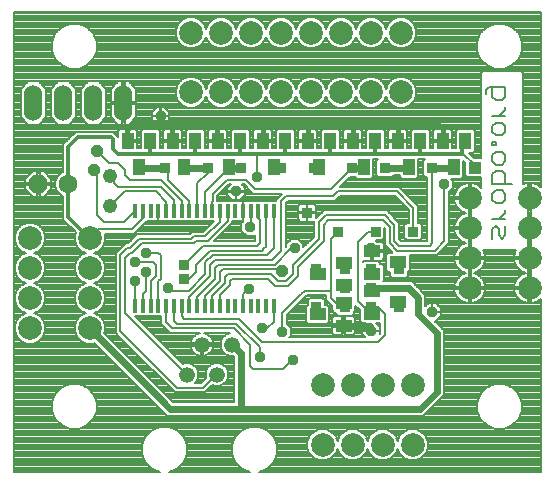
<source format=gbr>
G75*
G70*
%OFA0B0*%
%FSLAX24Y24*%
%IPPOS*%
%LPD*%
%AMOC8*
5,1,8,0,0,1.08239X$1,22.5*
%
%ADD10C,0.0060*%
%ADD11R,0.0394X0.0551*%
%ADD12C,0.0787*%
%ADD13C,0.0630*%
%ADD14OC8,0.0630*%
%ADD15C,0.0525*%
%ADD16C,0.0480*%
%ADD17R,0.0118X0.0453*%
%ADD18O,0.0600X0.1200*%
%ADD19R,0.0551X0.0394*%
%ADD20C,0.0120*%
%ADD21R,0.0354X0.0354*%
%ADD22C,0.0079*%
%ADD23C,0.0118*%
%ADD24OC8,0.0354*%
%ADD25R,0.0394X0.0394*%
%ADD26C,0.0236*%
%ADD27C,0.0160*%
%ADD28OC8,0.0394*%
D10*
X017966Y010988D02*
X017966Y011308D01*
X018072Y011415D01*
X018179Y011308D01*
X018179Y011095D01*
X018286Y010988D01*
X018393Y011095D01*
X018393Y011415D01*
X018393Y011633D02*
X017966Y011633D01*
X018179Y011633D02*
X018393Y011846D01*
X018393Y011953D01*
X018286Y012170D02*
X018072Y012170D01*
X017966Y012277D01*
X017966Y012490D01*
X018072Y012597D01*
X018286Y012597D01*
X018393Y012490D01*
X018393Y012277D01*
X018286Y012170D01*
X018393Y012814D02*
X018393Y013135D01*
X018286Y013241D01*
X018072Y013241D01*
X017966Y013135D01*
X017966Y012814D01*
X018606Y012814D01*
X018286Y013459D02*
X018072Y013459D01*
X017966Y013566D01*
X017966Y013779D01*
X018072Y013886D01*
X018286Y013886D01*
X018393Y013779D01*
X018393Y013566D01*
X018286Y013459D01*
X018072Y014103D02*
X018072Y014210D01*
X017966Y014210D01*
X017966Y014103D01*
X018072Y014103D01*
X018072Y014426D02*
X017966Y014532D01*
X017966Y014746D01*
X018072Y014853D01*
X018286Y014853D01*
X018393Y014746D01*
X018393Y014532D01*
X018286Y014426D01*
X018072Y014426D01*
X017966Y015070D02*
X018393Y015070D01*
X018393Y015284D02*
X018393Y015390D01*
X018393Y015284D02*
X018179Y015070D01*
X018072Y015607D02*
X017966Y015714D01*
X017966Y016034D01*
X017859Y016034D02*
X018393Y016034D01*
X018393Y015714D01*
X018286Y015607D01*
X018072Y015607D01*
X017752Y015821D02*
X017752Y015928D01*
X017859Y016034D01*
D11*
X017060Y014250D03*
X016311Y014250D03*
X015560Y014250D03*
X014811Y014250D03*
X014060Y014250D03*
X013311Y014250D03*
X012560Y014250D03*
X011811Y014250D03*
X011060Y014250D03*
X010311Y014250D03*
X009560Y014250D03*
X008811Y014250D03*
X008060Y014250D03*
X007311Y014250D03*
X006560Y014250D03*
X005811Y014250D03*
X006186Y013384D03*
X007686Y013384D03*
X009186Y013384D03*
X010686Y013384D03*
X012186Y013384D03*
X013686Y013384D03*
X015186Y013384D03*
X016686Y013384D03*
D12*
X017210Y012337D03*
X017210Y011337D03*
X017210Y010337D03*
X017210Y009337D03*
X019206Y009337D03*
X019206Y010337D03*
X019206Y011337D03*
X019206Y012337D03*
X014922Y015860D03*
X013922Y015860D03*
X012922Y015860D03*
X011922Y015860D03*
X010922Y015860D03*
X009922Y015860D03*
X008922Y015860D03*
X007922Y015860D03*
X007922Y017856D03*
X008922Y017856D03*
X009922Y017856D03*
X010922Y017856D03*
X011922Y017856D03*
X012922Y017856D03*
X013922Y017856D03*
X014922Y017856D03*
X004549Y011000D03*
X004549Y010000D03*
X004549Y009000D03*
X004549Y008000D03*
X002553Y008000D03*
X002553Y009000D03*
X002553Y010000D03*
X002553Y011000D03*
X012302Y006112D03*
X013302Y006112D03*
X014302Y006112D03*
X015302Y006112D03*
X015302Y004116D03*
X014302Y004116D03*
X013302Y004116D03*
X012302Y004116D03*
D13*
X003831Y012811D03*
D14*
X002831Y012811D03*
D15*
X008284Y007457D03*
X009284Y007457D03*
X008784Y006457D03*
X007784Y006457D03*
D16*
X005219Y012066D03*
X005219Y013066D03*
D17*
X006067Y011914D03*
X006323Y011914D03*
X006579Y011914D03*
X006834Y011914D03*
X007090Y011914D03*
X007346Y011914D03*
X007602Y011914D03*
X007858Y011914D03*
X008114Y011914D03*
X008370Y011914D03*
X008626Y011914D03*
X008882Y011914D03*
X009138Y011914D03*
X009393Y011914D03*
X009649Y011914D03*
X009905Y011914D03*
X010161Y011914D03*
X010417Y011914D03*
X010673Y011914D03*
X010673Y008745D03*
X010417Y008745D03*
X010161Y008745D03*
X009905Y008745D03*
X009649Y008745D03*
X009393Y008745D03*
X009138Y008745D03*
X008882Y008745D03*
X008626Y008745D03*
X008370Y008745D03*
X008114Y008745D03*
X007858Y008745D03*
X007602Y008745D03*
X007346Y008745D03*
X007090Y008745D03*
X006834Y008745D03*
X006579Y008745D03*
X006323Y008745D03*
X006067Y008745D03*
D18*
X005664Y015508D03*
X004664Y015508D03*
X003664Y015508D03*
X002664Y015508D03*
D19*
X012140Y009805D03*
X013006Y010179D03*
X013006Y009431D03*
X013006Y008840D03*
X012140Y008466D03*
X013006Y008092D03*
X013951Y008486D03*
X014817Y008860D03*
X013951Y009234D03*
X013951Y009824D03*
X013951Y010572D03*
X014817Y010198D03*
D20*
X015436Y013817D02*
X013936Y013817D01*
X014060Y013817D01*
X014060Y014250D01*
X013936Y013817D02*
X012436Y013817D01*
X012560Y013817D01*
X012560Y014250D01*
X012436Y013817D02*
X010936Y013817D01*
X011060Y013817D01*
X011060Y014250D01*
X010936Y013817D02*
X010132Y013817D01*
X009686Y013817D01*
X009560Y013817D01*
X009560Y014250D01*
X009560Y014281D01*
X009566Y014287D01*
X008918Y014373D02*
X008808Y014263D01*
X008811Y014259D01*
X008811Y014250D01*
X008816Y014246D01*
X008816Y014237D01*
X008060Y014250D02*
X008060Y013817D01*
X007936Y013817D01*
X009686Y013817D01*
X009196Y013377D02*
X009192Y013377D01*
X009186Y013384D01*
X007936Y013817D02*
X006560Y013817D01*
X005490Y013817D01*
X005329Y013978D01*
X005329Y014293D01*
X005250Y014372D01*
X006560Y014250D02*
X006560Y013817D01*
X007676Y013437D02*
X007676Y013394D01*
X007686Y013384D01*
X010311Y014250D02*
X010315Y014247D01*
X010326Y014247D01*
X011811Y014250D02*
X011811Y014867D01*
X015436Y013817D02*
X015560Y013817D01*
X015560Y014250D01*
X015436Y013817D02*
X016936Y013817D01*
X016936Y014317D01*
X017060Y014317D01*
X017060Y014250D01*
D21*
X015958Y013348D03*
X014384Y013348D03*
X013281Y013348D03*
X012021Y013348D03*
X010919Y013348D03*
X009580Y013348D03*
X008478Y013348D03*
X007061Y013348D03*
X011785Y011852D03*
X012809Y011222D03*
X014069Y011222D03*
X015329Y011222D03*
X014856Y009962D03*
X013911Y009962D03*
X013911Y009332D03*
X013911Y008702D03*
X013045Y008702D03*
X013045Y009332D03*
X013045Y009962D03*
X012100Y009962D03*
X012100Y008702D03*
X014856Y008702D03*
X007691Y009647D03*
X007691Y010120D03*
D22*
X002032Y003201D02*
X002032Y018534D01*
X019570Y018534D01*
X019570Y012697D01*
X019496Y012771D01*
X019308Y012849D01*
X019245Y012849D01*
X019245Y012377D01*
X019167Y012377D01*
X019167Y012849D01*
X019104Y012849D01*
X018987Y012801D01*
X018987Y016504D01*
X018918Y016573D01*
X017653Y016573D01*
X017584Y016504D01*
X017584Y013663D01*
X017362Y013663D01*
X017169Y013856D01*
X017305Y013856D01*
X017374Y013925D01*
X017374Y014574D01*
X017305Y014644D01*
X016814Y014644D01*
X016745Y014574D01*
X016745Y013995D01*
X016626Y013995D01*
X016626Y014211D01*
X016351Y014211D01*
X016351Y014289D01*
X016626Y014289D01*
X016626Y014574D01*
X016557Y014644D01*
X016351Y014644D01*
X016351Y014289D01*
X016272Y014289D01*
X016272Y014211D01*
X015997Y014211D01*
X015997Y013995D01*
X015874Y013995D01*
X015874Y014574D01*
X015805Y014644D01*
X015314Y014644D01*
X015245Y014574D01*
X015245Y013995D01*
X015126Y013995D01*
X015126Y014211D01*
X014851Y014211D01*
X014851Y014289D01*
X015126Y014289D01*
X015126Y014574D01*
X015057Y014644D01*
X014851Y014644D01*
X014851Y014289D01*
X014772Y014289D01*
X014772Y014211D01*
X014497Y014211D01*
X014497Y013995D01*
X014374Y013995D01*
X014374Y014574D01*
X014305Y014644D01*
X013814Y014644D01*
X013745Y014574D01*
X013745Y013995D01*
X013626Y013995D01*
X013626Y014211D01*
X013351Y014211D01*
X013351Y014289D01*
X013626Y014289D01*
X013626Y014574D01*
X013557Y014644D01*
X013351Y014644D01*
X013351Y014289D01*
X013272Y014289D01*
X013272Y014211D01*
X012997Y014211D01*
X012997Y013995D01*
X012874Y013995D01*
X012874Y014574D01*
X012805Y014644D01*
X012314Y014644D01*
X012245Y014574D01*
X012245Y013995D01*
X012126Y013995D01*
X012126Y014211D01*
X011851Y014211D01*
X011851Y014289D01*
X012126Y014289D01*
X012126Y014574D01*
X012057Y014644D01*
X011851Y014644D01*
X011851Y014289D01*
X011772Y014289D01*
X011772Y014211D01*
X011497Y014211D01*
X011497Y013995D01*
X011374Y013995D01*
X011374Y014574D01*
X011305Y014644D01*
X010814Y014644D01*
X010745Y014574D01*
X010745Y013995D01*
X010626Y013995D01*
X010626Y014211D01*
X010351Y014211D01*
X010351Y014289D01*
X010626Y014289D01*
X010626Y014574D01*
X010557Y014644D01*
X010351Y014644D01*
X010351Y014289D01*
X010272Y014289D01*
X010272Y014211D01*
X009997Y014211D01*
X009997Y013995D01*
X009874Y013995D01*
X009874Y014574D01*
X009805Y014644D01*
X009314Y014644D01*
X009245Y014574D01*
X009245Y013995D01*
X009126Y013995D01*
X009126Y014211D01*
X008851Y014211D01*
X008851Y014289D01*
X009126Y014289D01*
X009126Y014574D01*
X009057Y014644D01*
X008851Y014644D01*
X008851Y014289D01*
X008772Y014289D01*
X008772Y014211D01*
X008497Y014211D01*
X008497Y013995D01*
X008374Y013995D01*
X008374Y014574D01*
X008305Y014644D01*
X007814Y014644D01*
X007745Y014574D01*
X007745Y013995D01*
X007626Y013995D01*
X007626Y014211D01*
X007351Y014211D01*
X007351Y014289D01*
X007626Y014289D01*
X007626Y014574D01*
X007557Y014644D01*
X007351Y014644D01*
X007351Y014289D01*
X007272Y014289D01*
X007272Y014211D01*
X006997Y014211D01*
X006997Y013995D01*
X006874Y013995D01*
X006874Y014574D01*
X006805Y014644D01*
X006314Y014644D01*
X006245Y014574D01*
X006245Y013995D01*
X006126Y013995D01*
X006126Y014211D01*
X005851Y014211D01*
X005851Y014289D01*
X006126Y014289D01*
X006126Y014574D01*
X006057Y014644D01*
X005851Y014644D01*
X005851Y014289D01*
X005772Y014289D01*
X005772Y014644D01*
X005566Y014644D01*
X005497Y014574D01*
X005497Y014377D01*
X005324Y014550D01*
X005176Y014550D01*
X005175Y014549D01*
X004221Y014549D01*
X004074Y014549D01*
X003759Y014234D01*
X003655Y014130D01*
X003655Y013207D01*
X003586Y013179D01*
X003464Y013057D01*
X003398Y012898D01*
X003398Y012725D01*
X003464Y012566D01*
X003586Y012444D01*
X003655Y012415D01*
X003655Y011768D01*
X003655Y011621D01*
X004078Y011199D01*
X004037Y011102D01*
X004037Y010898D01*
X004115Y010710D01*
X004259Y010566D01*
X004419Y010500D01*
X004259Y010434D01*
X004115Y010290D01*
X004037Y010102D01*
X004037Y009898D01*
X004115Y009710D01*
X004259Y009566D01*
X004419Y009500D01*
X004259Y009434D01*
X004115Y009290D01*
X004037Y009102D01*
X004037Y008898D01*
X004115Y008710D01*
X004259Y008566D01*
X004419Y008500D01*
X004259Y008434D01*
X004115Y008290D01*
X004037Y008102D01*
X004037Y007898D01*
X004115Y007710D01*
X004259Y007566D01*
X004447Y007489D01*
X004651Y007489D01*
X004694Y007506D01*
X006982Y005219D01*
X007120Y005080D01*
X009483Y005080D01*
X015467Y005080D01*
X015663Y005080D01*
X016214Y005631D01*
X016352Y005770D01*
X016352Y007147D01*
X016352Y007738D01*
X016352Y007934D01*
X016036Y008250D01*
X016081Y008250D01*
X016254Y008423D01*
X016254Y008535D01*
X015969Y008535D01*
X015969Y008555D01*
X016254Y008555D01*
X016254Y008667D01*
X016081Y008840D01*
X015968Y008840D01*
X015968Y008555D01*
X015949Y008555D01*
X015949Y008840D01*
X015836Y008840D01*
X015722Y008726D01*
X015722Y008919D01*
X015722Y009115D01*
X015407Y009430D01*
X015269Y009568D01*
X014334Y009568D01*
X014344Y009579D01*
X014344Y010070D01*
X014275Y010139D01*
X014206Y010139D01*
X014206Y010188D01*
X014137Y010257D01*
X013685Y010257D01*
X013636Y010208D01*
X013636Y010257D01*
X013911Y010257D01*
X013911Y010533D01*
X013921Y010533D01*
X013921Y010376D01*
X013990Y010376D01*
X013990Y010257D01*
X014275Y010257D01*
X014344Y010327D01*
X014344Y010533D01*
X014191Y010533D01*
X014206Y010549D01*
X014206Y010612D01*
X014344Y010612D01*
X014344Y010818D01*
X014275Y010887D01*
X014112Y010887D01*
X014073Y010927D01*
X014295Y010927D01*
X014364Y010996D01*
X014364Y011334D01*
X014384Y011314D01*
X014384Y010894D01*
X014384Y010763D01*
X014620Y010527D01*
X014633Y010513D01*
X014492Y010513D01*
X014423Y010444D01*
X014423Y009953D01*
X014492Y009883D01*
X014561Y009883D01*
X014561Y009736D01*
X014630Y009667D01*
X015082Y009667D01*
X015151Y009736D01*
X015151Y009894D01*
X015210Y009953D01*
X015210Y010435D01*
X015972Y010435D01*
X016102Y010435D01*
X016510Y010842D01*
X016510Y010972D01*
X016510Y012537D01*
X016647Y012675D01*
X016647Y012919D01*
X016576Y012990D01*
X016931Y012990D01*
X017000Y013059D01*
X017000Y013579D01*
X017061Y013519D01*
X017061Y013102D01*
X017130Y013033D01*
X017584Y013033D01*
X017584Y012687D01*
X017500Y012771D01*
X017312Y012849D01*
X017249Y012849D01*
X017249Y012377D01*
X017171Y012377D01*
X017171Y012849D01*
X017108Y012849D01*
X016920Y012771D01*
X016776Y012627D01*
X016698Y012439D01*
X016698Y012377D01*
X017171Y012377D01*
X017171Y012298D01*
X017249Y012298D01*
X017249Y011849D01*
X017249Y011377D01*
X017171Y011377D01*
X017171Y011849D01*
X017171Y012298D01*
X016698Y012298D01*
X016698Y012236D01*
X016776Y012048D01*
X016920Y011904D01*
X017080Y011837D01*
X016920Y011771D01*
X016776Y011627D01*
X016698Y011439D01*
X016698Y011377D01*
X017171Y011377D01*
X017171Y011298D01*
X017249Y011298D01*
X017249Y010849D01*
X017249Y010377D01*
X017171Y010377D01*
X017171Y010849D01*
X017171Y011298D01*
X016698Y011298D01*
X016698Y011236D01*
X016776Y011048D01*
X016920Y010904D01*
X017080Y010837D01*
X016920Y010771D01*
X016776Y010627D01*
X016698Y010439D01*
X016698Y010377D01*
X017171Y010377D01*
X017171Y010298D01*
X017249Y010298D01*
X017249Y009826D01*
X017249Y009377D01*
X017171Y009377D01*
X017171Y009826D01*
X017171Y010298D01*
X016698Y010298D01*
X016698Y010236D01*
X016776Y010048D01*
X016920Y009904D01*
X017080Y009837D01*
X016920Y009771D01*
X016776Y009627D01*
X016698Y009439D01*
X016698Y009377D01*
X017171Y009377D01*
X017171Y009298D01*
X017249Y009298D01*
X017249Y008826D01*
X017312Y008826D01*
X017500Y008904D01*
X017644Y009048D01*
X017722Y009236D01*
X017722Y009298D01*
X017250Y009298D01*
X017250Y009377D01*
X017722Y009377D01*
X017722Y009439D01*
X017644Y009627D01*
X017500Y009771D01*
X017340Y009837D01*
X017500Y009904D01*
X017644Y010048D01*
X017722Y010236D01*
X017722Y010298D01*
X017250Y010298D01*
X017250Y010377D01*
X017722Y010377D01*
X017722Y010439D01*
X017652Y010608D01*
X017653Y010607D01*
X018764Y010607D01*
X018694Y010439D01*
X018694Y010377D01*
X019167Y010377D01*
X019167Y010849D01*
X019167Y011298D01*
X019245Y011298D01*
X019245Y010849D01*
X019245Y010377D01*
X019167Y010377D01*
X019167Y010298D01*
X019245Y010298D01*
X019245Y009849D01*
X019245Y009377D01*
X019167Y009377D01*
X019167Y009849D01*
X019167Y010298D01*
X018694Y010298D01*
X018694Y010236D01*
X018772Y010048D01*
X018916Y009904D01*
X019076Y009837D01*
X018916Y009771D01*
X018772Y009627D01*
X018694Y009439D01*
X018694Y009377D01*
X019167Y009377D01*
X019167Y009298D01*
X019245Y009298D01*
X019245Y008826D01*
X019308Y008826D01*
X019496Y008904D01*
X019570Y008977D01*
X019570Y003201D01*
X010191Y003201D01*
X010463Y003314D01*
X010677Y003527D01*
X010792Y003806D01*
X010792Y004108D01*
X010677Y004386D01*
X010463Y004600D01*
X010185Y004715D01*
X009883Y004715D01*
X009605Y004600D01*
X009391Y004386D01*
X009276Y004108D01*
X009276Y003806D01*
X009391Y003527D01*
X009605Y003314D01*
X009877Y003201D01*
X007191Y003201D01*
X007463Y003314D01*
X007677Y003527D01*
X007792Y003806D01*
X007792Y004108D01*
X007677Y004386D01*
X007463Y004600D01*
X007185Y004715D01*
X006883Y004715D01*
X006605Y004600D01*
X006391Y004386D01*
X006276Y004108D01*
X006276Y003806D01*
X006391Y003527D01*
X006605Y003314D01*
X006877Y003201D01*
X002032Y003201D01*
X002032Y003272D02*
X006706Y003272D01*
X006569Y003349D02*
X002032Y003349D01*
X002032Y003427D02*
X006492Y003427D01*
X006415Y003504D02*
X002032Y003504D01*
X002032Y003581D02*
X006369Y003581D01*
X006337Y003659D02*
X002032Y003659D01*
X002032Y003736D02*
X006305Y003736D01*
X006276Y003813D02*
X002032Y003813D01*
X002032Y003890D02*
X006276Y003890D01*
X006276Y003968D02*
X002032Y003968D01*
X002032Y004045D02*
X006276Y004045D01*
X006282Y004122D02*
X002032Y004122D01*
X002032Y004200D02*
X006314Y004200D01*
X006346Y004277D02*
X002032Y004277D01*
X002032Y004354D02*
X006378Y004354D01*
X006436Y004431D02*
X002032Y004431D01*
X002032Y004509D02*
X006514Y004509D01*
X006591Y004586D02*
X002032Y004586D01*
X002032Y004663D02*
X003842Y004663D01*
X003880Y004647D02*
X004178Y004647D01*
X004453Y004761D01*
X004663Y004972D01*
X004777Y005246D01*
X004777Y005544D01*
X004663Y005819D01*
X004453Y006029D01*
X004178Y006143D01*
X003880Y006143D01*
X003606Y006029D01*
X003395Y005819D01*
X003281Y005544D01*
X003281Y005246D01*
X003395Y004972D01*
X003606Y004761D01*
X003880Y004647D01*
X003655Y004741D02*
X002032Y004741D01*
X002032Y004818D02*
X003549Y004818D01*
X003471Y004895D02*
X002032Y004895D01*
X002032Y004972D02*
X003395Y004972D01*
X003363Y005050D02*
X002032Y005050D01*
X002032Y005127D02*
X003331Y005127D01*
X003299Y005204D02*
X002032Y005204D01*
X002032Y005282D02*
X003281Y005282D01*
X003281Y005359D02*
X002032Y005359D01*
X002032Y005436D02*
X003281Y005436D01*
X003281Y005513D02*
X002032Y005513D01*
X002032Y005591D02*
X003301Y005591D01*
X003333Y005668D02*
X002032Y005668D01*
X002032Y005745D02*
X003365Y005745D01*
X003399Y005823D02*
X002032Y005823D01*
X002032Y005900D02*
X003476Y005900D01*
X003553Y005977D02*
X002032Y005977D01*
X002032Y006054D02*
X003666Y006054D01*
X003853Y006132D02*
X002032Y006132D01*
X002032Y006209D02*
X005992Y006209D01*
X006069Y006132D02*
X004206Y006132D01*
X004393Y006054D02*
X006146Y006054D01*
X006224Y005977D02*
X004505Y005977D01*
X004583Y005900D02*
X006301Y005900D01*
X006378Y005823D02*
X004660Y005823D01*
X004694Y005745D02*
X006455Y005745D01*
X006533Y005668D02*
X004726Y005668D01*
X004758Y005591D02*
X006610Y005591D01*
X006687Y005513D02*
X004777Y005513D01*
X004777Y005436D02*
X006765Y005436D01*
X006842Y005359D02*
X004777Y005359D01*
X004777Y005282D02*
X006919Y005282D01*
X006996Y005204D02*
X004760Y005204D01*
X004728Y005127D02*
X007074Y005127D01*
X007316Y005553D02*
X005034Y007834D01*
X005061Y007898D01*
X005061Y008102D01*
X004983Y008290D01*
X004839Y008434D01*
X004680Y008500D01*
X004839Y008566D01*
X004983Y008710D01*
X005061Y008898D01*
X005061Y009102D01*
X004983Y009290D01*
X004839Y009434D01*
X004680Y009500D01*
X004839Y009566D01*
X004983Y009710D01*
X005061Y009898D01*
X005061Y010102D01*
X004983Y010290D01*
X004839Y010434D01*
X004680Y010500D01*
X004839Y010566D01*
X004983Y010710D01*
X005061Y010898D01*
X005061Y011102D01*
X005044Y011143D01*
X005893Y011143D01*
X006024Y011143D01*
X006460Y011580D01*
X006471Y011570D01*
X006686Y011570D01*
X006706Y011590D01*
X006726Y011570D01*
X006834Y011570D01*
X006834Y011914D01*
X006835Y011914D01*
X006835Y011570D01*
X006942Y011570D01*
X006962Y011590D01*
X006982Y011570D01*
X007198Y011570D01*
X007218Y011590D01*
X007238Y011570D01*
X007454Y011570D01*
X007474Y011590D01*
X007494Y011570D01*
X007710Y011570D01*
X007730Y011590D01*
X007750Y011570D01*
X007966Y011570D01*
X007986Y011590D01*
X008006Y011570D01*
X008222Y011570D01*
X008242Y011590D01*
X008262Y011570D01*
X008478Y011570D01*
X008498Y011590D01*
X008518Y011570D01*
X008682Y011570D01*
X008334Y011222D01*
X008071Y011222D01*
X007940Y011222D01*
X007862Y011143D01*
X006260Y011143D01*
X006129Y011143D01*
X005814Y010828D01*
X005736Y010828D01*
X005499Y010592D01*
X005407Y010500D01*
X005407Y007850D01*
X005499Y007757D01*
X005500Y007757D01*
X007389Y005868D01*
X007520Y005868D01*
X008255Y005868D01*
X008386Y005868D01*
X008628Y006110D01*
X008708Y006076D01*
X008860Y006076D01*
X009000Y006134D01*
X009107Y006241D01*
X009165Y006381D01*
X009165Y006533D01*
X009107Y006672D01*
X009000Y006779D01*
X008860Y006837D01*
X008708Y006837D01*
X008568Y006779D01*
X008461Y006672D01*
X008403Y006533D01*
X008403Y006381D01*
X008418Y006345D01*
X008255Y006183D01*
X008048Y006183D01*
X008107Y006241D01*
X008165Y006381D01*
X008165Y006533D01*
X008107Y006672D01*
X008000Y006779D01*
X007860Y006837D01*
X007708Y006837D01*
X007650Y006813D01*
X006063Y008400D01*
X006175Y008400D01*
X006195Y008420D01*
X006215Y008400D01*
X006431Y008400D01*
X006451Y008420D01*
X006471Y008400D01*
X006686Y008400D01*
X006706Y008420D01*
X006726Y008400D01*
X006933Y008400D01*
X006933Y008266D01*
X006933Y008135D01*
X007232Y007836D01*
X007362Y007836D01*
X008205Y007836D01*
X008068Y007779D01*
X007961Y007672D01*
X007903Y007533D01*
X007903Y007496D01*
X008244Y007496D01*
X008244Y007417D01*
X007903Y007417D01*
X007903Y007381D01*
X007961Y007241D01*
X008068Y007134D01*
X008208Y007076D01*
X008245Y007076D01*
X008245Y007417D01*
X008323Y007417D01*
X008323Y007076D01*
X008360Y007076D01*
X008500Y007134D01*
X008607Y007241D01*
X008665Y007381D01*
X008665Y007417D01*
X008324Y007417D01*
X008324Y007496D01*
X008665Y007496D01*
X008665Y007533D01*
X008607Y007672D01*
X008500Y007779D01*
X008363Y007836D01*
X009205Y007836D01*
X009068Y007779D01*
X008961Y007672D01*
X008903Y007533D01*
X008903Y007381D01*
X008961Y007241D01*
X009068Y007134D01*
X009208Y007076D01*
X009331Y007076D01*
X009344Y007063D01*
X009344Y005553D01*
X007316Y005553D01*
X007278Y005591D02*
X009344Y005591D01*
X009344Y005668D02*
X007201Y005668D01*
X007124Y005745D02*
X009344Y005745D01*
X009344Y005823D02*
X007046Y005823D01*
X006969Y005900D02*
X007357Y005900D01*
X007280Y005977D02*
X006892Y005977D01*
X006814Y006054D02*
X007203Y006054D01*
X007125Y006132D02*
X006737Y006132D01*
X006660Y006209D02*
X007048Y006209D01*
X006971Y006286D02*
X006583Y006286D01*
X006505Y006364D02*
X006893Y006364D01*
X006816Y006441D02*
X006428Y006441D01*
X006351Y006518D02*
X006739Y006518D01*
X006662Y006595D02*
X006273Y006595D01*
X006196Y006673D02*
X006584Y006673D01*
X006507Y006750D02*
X006119Y006750D01*
X006042Y006827D02*
X006430Y006827D01*
X006352Y006905D02*
X005964Y006905D01*
X005887Y006982D02*
X006275Y006982D01*
X006198Y007059D02*
X005810Y007059D01*
X005732Y007136D02*
X006121Y007136D01*
X006043Y007214D02*
X005655Y007214D01*
X005578Y007291D02*
X005966Y007291D01*
X005889Y007368D02*
X005501Y007368D01*
X005423Y007446D02*
X005811Y007446D01*
X005734Y007523D02*
X005346Y007523D01*
X005269Y007600D02*
X005657Y007600D01*
X005580Y007677D02*
X005191Y007677D01*
X005114Y007755D02*
X005502Y007755D01*
X005425Y007832D02*
X005037Y007832D01*
X005061Y007909D02*
X005407Y007909D01*
X005407Y007986D02*
X005061Y007986D01*
X005061Y008064D02*
X005407Y008064D01*
X005407Y008141D02*
X005045Y008141D01*
X005013Y008218D02*
X005407Y008218D01*
X005407Y008296D02*
X004978Y008296D01*
X004900Y008373D02*
X005407Y008373D01*
X005407Y008450D02*
X004801Y008450D01*
X004745Y008527D02*
X005407Y008527D01*
X005407Y008605D02*
X004878Y008605D01*
X004955Y008682D02*
X005407Y008682D01*
X005407Y008759D02*
X005003Y008759D01*
X005035Y008837D02*
X005407Y008837D01*
X005407Y008914D02*
X005061Y008914D01*
X005061Y008991D02*
X005407Y008991D01*
X005407Y009068D02*
X005061Y009068D01*
X005043Y009146D02*
X005407Y009146D01*
X005407Y009223D02*
X005011Y009223D01*
X004973Y009300D02*
X005407Y009300D01*
X005407Y009378D02*
X004896Y009378D01*
X004789Y009455D02*
X005407Y009455D01*
X005407Y009532D02*
X004756Y009532D01*
X004882Y009609D02*
X005407Y009609D01*
X005407Y009687D02*
X004959Y009687D01*
X005005Y009764D02*
X005407Y009764D01*
X005407Y009841D02*
X005037Y009841D01*
X005061Y009919D02*
X005407Y009919D01*
X005407Y009996D02*
X005061Y009996D01*
X005061Y010073D02*
X005407Y010073D01*
X005407Y010150D02*
X005041Y010150D01*
X005009Y010228D02*
X005407Y010228D01*
X005407Y010305D02*
X004968Y010305D01*
X004891Y010382D02*
X005407Y010382D01*
X005407Y010460D02*
X004778Y010460D01*
X004768Y010537D02*
X005444Y010537D01*
X005522Y010614D02*
X004887Y010614D01*
X004964Y010691D02*
X005599Y010691D01*
X005676Y010769D02*
X005007Y010769D01*
X005039Y010846D02*
X005832Y010846D01*
X005909Y010923D02*
X005061Y010923D01*
X005061Y011001D02*
X005987Y011001D01*
X006064Y011078D02*
X005061Y011078D01*
X004856Y011301D02*
X004541Y010986D01*
X004212Y010614D02*
X002891Y010614D01*
X002843Y010566D02*
X002987Y010710D01*
X003065Y010898D01*
X003065Y011102D01*
X002987Y011290D01*
X002843Y011434D01*
X002655Y011512D01*
X002451Y011512D01*
X002263Y011434D01*
X002119Y011290D01*
X002041Y011102D01*
X002041Y010898D01*
X002119Y010710D01*
X002263Y010566D01*
X002423Y010500D01*
X002263Y010434D01*
X002119Y010290D01*
X002041Y010102D01*
X002041Y009898D01*
X002119Y009710D01*
X002263Y009566D01*
X002423Y009500D01*
X002263Y009434D01*
X002119Y009290D01*
X002041Y009102D01*
X002041Y008898D01*
X002119Y008710D01*
X002263Y008566D01*
X002423Y008500D01*
X002263Y008434D01*
X002119Y008290D01*
X002041Y008102D01*
X002041Y007898D01*
X002119Y007710D01*
X002263Y007566D01*
X002451Y007489D01*
X002655Y007489D01*
X002843Y007566D01*
X002987Y007710D01*
X003065Y007898D01*
X003065Y008102D01*
X002987Y008290D01*
X002843Y008434D01*
X002683Y008500D01*
X002843Y008566D01*
X002987Y008710D01*
X003065Y008898D01*
X003065Y009102D01*
X002987Y009290D01*
X002843Y009434D01*
X002683Y009500D01*
X002843Y009566D01*
X002987Y009710D01*
X003065Y009898D01*
X003065Y010102D01*
X002987Y010290D01*
X002843Y010434D01*
X002683Y010500D01*
X002843Y010566D01*
X002772Y010537D02*
X004331Y010537D01*
X004321Y010460D02*
X002782Y010460D01*
X002895Y010382D02*
X004207Y010382D01*
X004130Y010305D02*
X002972Y010305D01*
X003013Y010228D02*
X004090Y010228D01*
X004058Y010150D02*
X003045Y010150D01*
X003065Y010073D02*
X004037Y010073D01*
X004037Y009996D02*
X003065Y009996D01*
X003065Y009919D02*
X004037Y009919D01*
X004061Y009841D02*
X003041Y009841D01*
X003009Y009764D02*
X004093Y009764D01*
X004139Y009687D02*
X002963Y009687D01*
X002886Y009609D02*
X004216Y009609D01*
X004342Y009532D02*
X002760Y009532D01*
X002793Y009455D02*
X004309Y009455D01*
X004203Y009378D02*
X002900Y009378D01*
X002977Y009300D02*
X004126Y009300D01*
X004088Y009223D02*
X003015Y009223D01*
X003047Y009146D02*
X004056Y009146D01*
X004037Y009068D02*
X003065Y009068D01*
X003065Y008991D02*
X004037Y008991D01*
X004037Y008914D02*
X003065Y008914D01*
X003039Y008837D02*
X004063Y008837D01*
X004095Y008759D02*
X003007Y008759D01*
X002959Y008682D02*
X004144Y008682D01*
X004221Y008605D02*
X002881Y008605D01*
X002749Y008527D02*
X004353Y008527D01*
X004298Y008450D02*
X002804Y008450D01*
X002904Y008373D02*
X004198Y008373D01*
X004121Y008296D02*
X002982Y008296D01*
X003017Y008218D02*
X004086Y008218D01*
X004054Y008141D02*
X003049Y008141D01*
X003065Y008064D02*
X004037Y008064D01*
X004037Y007986D02*
X003065Y007986D01*
X003065Y007909D02*
X004037Y007909D01*
X004065Y007832D02*
X003037Y007832D01*
X003005Y007755D02*
X004097Y007755D01*
X004148Y007677D02*
X002954Y007677D01*
X002877Y007600D02*
X004226Y007600D01*
X004365Y007523D02*
X002738Y007523D01*
X002369Y007523D02*
X002032Y007523D01*
X002032Y007600D02*
X002230Y007600D01*
X002152Y007677D02*
X002032Y007677D01*
X002032Y007755D02*
X002101Y007755D01*
X002069Y007832D02*
X002032Y007832D01*
X002032Y007909D02*
X002041Y007909D01*
X002032Y007986D02*
X002041Y007986D01*
X002032Y008064D02*
X002041Y008064D01*
X002032Y008141D02*
X002058Y008141D01*
X002032Y008218D02*
X002090Y008218D01*
X002125Y008296D02*
X002032Y008296D01*
X002032Y008373D02*
X002202Y008373D01*
X002302Y008450D02*
X002032Y008450D01*
X002032Y008527D02*
X002357Y008527D01*
X002225Y008605D02*
X002032Y008605D01*
X002032Y008682D02*
X002148Y008682D01*
X002099Y008759D02*
X002032Y008759D01*
X002032Y008837D02*
X002067Y008837D01*
X002041Y008914D02*
X002032Y008914D01*
X002032Y008991D02*
X002041Y008991D01*
X002032Y009068D02*
X002041Y009068D01*
X002032Y009146D02*
X002060Y009146D01*
X002032Y009223D02*
X002092Y009223D01*
X002129Y009300D02*
X002032Y009300D01*
X002032Y009378D02*
X002207Y009378D01*
X002313Y009455D02*
X002032Y009455D01*
X002032Y009532D02*
X002346Y009532D01*
X002220Y009609D02*
X002032Y009609D01*
X002032Y009687D02*
X002143Y009687D01*
X002097Y009764D02*
X002032Y009764D01*
X002032Y009841D02*
X002065Y009841D01*
X002041Y009919D02*
X002032Y009919D01*
X002032Y009996D02*
X002041Y009996D01*
X002032Y010073D02*
X002041Y010073D01*
X002032Y010150D02*
X002061Y010150D01*
X002032Y010228D02*
X002093Y010228D01*
X002134Y010305D02*
X002032Y010305D01*
X002032Y010382D02*
X002211Y010382D01*
X002325Y010460D02*
X002032Y010460D01*
X002032Y010537D02*
X002335Y010537D01*
X002216Y010614D02*
X002032Y010614D01*
X002032Y010691D02*
X002138Y010691D01*
X002095Y010769D02*
X002032Y010769D01*
X002032Y010846D02*
X002063Y010846D01*
X002041Y010923D02*
X002032Y010923D01*
X002032Y011001D02*
X002041Y011001D01*
X002032Y011078D02*
X002041Y011078D01*
X002032Y011155D02*
X002063Y011155D01*
X002032Y011232D02*
X002095Y011232D01*
X002139Y011310D02*
X002032Y011310D01*
X002032Y011387D02*
X002216Y011387D01*
X002336Y011464D02*
X002032Y011464D01*
X002032Y011542D02*
X003735Y011542D01*
X003658Y011619D02*
X002032Y011619D01*
X002032Y011696D02*
X003655Y011696D01*
X003655Y011773D02*
X002032Y011773D01*
X002032Y011851D02*
X003655Y011851D01*
X003655Y011928D02*
X002032Y011928D01*
X002032Y012005D02*
X003655Y012005D01*
X003655Y012083D02*
X002032Y012083D01*
X002032Y012160D02*
X003655Y012160D01*
X003655Y012237D02*
X002032Y012237D01*
X002032Y012314D02*
X003655Y012314D01*
X003655Y012392D02*
X003024Y012392D01*
X003010Y012378D02*
X003264Y012632D01*
X003264Y012772D01*
X002871Y012772D01*
X002871Y012851D01*
X003264Y012851D01*
X003264Y012991D01*
X003010Y013244D01*
X002870Y013244D01*
X002870Y012851D01*
X002792Y012851D01*
X002792Y013244D01*
X002652Y013244D01*
X002398Y012991D01*
X002398Y012851D01*
X002791Y012851D01*
X002791Y012772D01*
X002398Y012772D01*
X002398Y012632D01*
X002652Y012378D01*
X002792Y012378D01*
X002792Y012772D01*
X002870Y012772D01*
X002870Y012378D01*
X003010Y012378D01*
X003101Y012469D02*
X003561Y012469D01*
X003484Y012546D02*
X003178Y012546D01*
X003256Y012624D02*
X003440Y012624D01*
X003408Y012701D02*
X003264Y012701D01*
X003264Y012855D02*
X003398Y012855D01*
X003398Y012778D02*
X002871Y012778D01*
X002870Y012701D02*
X002792Y012701D01*
X002791Y012778D02*
X002032Y012778D01*
X002032Y012701D02*
X002398Y012701D01*
X002406Y012624D02*
X002032Y012624D01*
X002032Y012546D02*
X002484Y012546D01*
X002561Y012469D02*
X002032Y012469D01*
X002032Y012392D02*
X002638Y012392D01*
X002792Y012392D02*
X002870Y012392D01*
X002870Y012469D02*
X002792Y012469D01*
X002792Y012546D02*
X002870Y012546D01*
X002870Y012624D02*
X002792Y012624D01*
X002792Y012855D02*
X002870Y012855D01*
X002870Y012933D02*
X002792Y012933D01*
X002792Y013010D02*
X002870Y013010D01*
X002870Y013087D02*
X002792Y013087D01*
X002792Y013164D02*
X002870Y013164D01*
X002870Y013242D02*
X002792Y013242D01*
X002649Y013242D02*
X002032Y013242D01*
X002032Y013319D02*
X003655Y013319D01*
X003655Y013242D02*
X003013Y013242D01*
X003090Y013164D02*
X003572Y013164D01*
X003494Y013087D02*
X003168Y013087D01*
X003245Y013010D02*
X003444Y013010D01*
X003412Y012933D02*
X003264Y012933D01*
X003655Y013396D02*
X002032Y013396D01*
X002032Y013474D02*
X003655Y013474D01*
X003655Y013551D02*
X002032Y013551D01*
X002032Y013628D02*
X003655Y013628D01*
X003655Y013705D02*
X002032Y013705D01*
X002032Y013783D02*
X003655Y013783D01*
X003655Y013860D02*
X002032Y013860D01*
X002032Y013937D02*
X003655Y013937D01*
X003655Y014015D02*
X002032Y014015D01*
X002032Y014092D02*
X003655Y014092D01*
X003694Y014169D02*
X002032Y014169D01*
X002032Y014246D02*
X003772Y014246D01*
X003849Y014324D02*
X002032Y014324D01*
X002032Y014401D02*
X003926Y014401D01*
X004004Y014478D02*
X002032Y014478D01*
X002032Y014556D02*
X005497Y014556D01*
X005497Y014478D02*
X005395Y014478D01*
X005472Y014401D02*
X005497Y014401D01*
X005555Y014633D02*
X002032Y014633D01*
X002032Y014710D02*
X017584Y014710D01*
X017584Y014633D02*
X017316Y014633D01*
X017374Y014556D02*
X017584Y014556D01*
X017584Y014478D02*
X017374Y014478D01*
X017374Y014401D02*
X017584Y014401D01*
X017584Y014324D02*
X017374Y014324D01*
X017374Y014246D02*
X017584Y014246D01*
X017584Y014169D02*
X017374Y014169D01*
X017374Y014092D02*
X017584Y014092D01*
X017584Y014015D02*
X017374Y014015D01*
X017374Y013937D02*
X017584Y013937D01*
X017584Y013860D02*
X017309Y013860D01*
X017242Y013783D02*
X017584Y013783D01*
X017584Y013705D02*
X017320Y013705D01*
X017376Y013427D02*
X016982Y013820D01*
X016978Y013817D01*
X016936Y013817D01*
X017000Y013551D02*
X017029Y013551D01*
X017000Y013474D02*
X017061Y013474D01*
X017061Y013396D02*
X017000Y013396D01*
X017000Y013319D02*
X017061Y013319D01*
X017061Y013242D02*
X017000Y013242D01*
X017000Y013164D02*
X017061Y013164D01*
X017076Y013087D02*
X017000Y013087D01*
X016951Y013010D02*
X017584Y013010D01*
X017584Y012933D02*
X016634Y012933D01*
X016647Y012855D02*
X017584Y012855D01*
X017584Y012778D02*
X017484Y012778D01*
X017571Y012701D02*
X017584Y012701D01*
X017249Y012701D02*
X017171Y012701D01*
X017171Y012778D02*
X017249Y012778D01*
X017249Y012624D02*
X017171Y012624D01*
X017171Y012546D02*
X017249Y012546D01*
X017249Y012469D02*
X017171Y012469D01*
X017171Y012392D02*
X017249Y012392D01*
X017171Y012314D02*
X016510Y012314D01*
X016510Y012237D02*
X016698Y012237D01*
X016730Y012160D02*
X016510Y012160D01*
X016510Y012083D02*
X016762Y012083D01*
X016819Y012005D02*
X016510Y012005D01*
X016510Y011928D02*
X016896Y011928D01*
X016925Y011773D02*
X016510Y011773D01*
X016510Y011696D02*
X016845Y011696D01*
X016773Y011619D02*
X016510Y011619D01*
X016510Y011542D02*
X016741Y011542D01*
X016709Y011464D02*
X016510Y011464D01*
X016510Y011387D02*
X016698Y011387D01*
X016700Y011232D02*
X016510Y011232D01*
X016510Y011155D02*
X016732Y011155D01*
X016764Y011078D02*
X016510Y011078D01*
X016510Y011001D02*
X016823Y011001D01*
X016900Y010923D02*
X016510Y010923D01*
X016510Y010846D02*
X017059Y010846D01*
X017171Y010846D02*
X017249Y010846D01*
X017249Y010923D02*
X017171Y010923D01*
X017171Y011001D02*
X017249Y011001D01*
X017249Y011078D02*
X017171Y011078D01*
X017171Y011155D02*
X017249Y011155D01*
X017249Y011232D02*
X017171Y011232D01*
X017171Y011310D02*
X016510Y011310D01*
X016352Y010907D02*
X016037Y010592D01*
X014777Y010592D01*
X014541Y010828D01*
X014541Y011380D01*
X014305Y011616D01*
X012494Y011616D01*
X012336Y011458D01*
X012336Y010907D01*
X011470Y010041D01*
X011470Y009726D01*
X011155Y009411D01*
X010860Y009411D01*
X010722Y009411D01*
X010486Y009647D01*
X009285Y009647D01*
X009206Y009569D01*
X009206Y009431D01*
X008882Y009106D01*
X008882Y008745D01*
X008626Y008745D02*
X008626Y009086D01*
X009049Y009509D01*
X009049Y009706D01*
X009147Y009805D01*
X010584Y009805D01*
X010821Y009569D01*
X011077Y009569D01*
X011313Y009805D01*
X011313Y010120D01*
X012179Y010986D01*
X012179Y011537D01*
X012415Y011773D01*
X014384Y011773D01*
X014699Y011458D01*
X014699Y010907D01*
X014856Y010750D01*
X015880Y010750D01*
X015958Y010828D01*
X015958Y013348D01*
X015663Y013319D02*
X015500Y013319D01*
X015500Y013242D02*
X015663Y013242D01*
X015663Y013164D02*
X015500Y013164D01*
X015500Y013087D02*
X015698Y013087D01*
X015732Y013053D02*
X015663Y013122D01*
X015663Y013574D01*
X015728Y013639D01*
X015633Y013639D01*
X015500Y013639D01*
X015500Y013059D01*
X015431Y012990D01*
X014940Y012990D01*
X014871Y013059D01*
X014871Y013112D01*
X014669Y013112D01*
X014610Y013053D01*
X014158Y013053D01*
X014088Y013122D01*
X014088Y013574D01*
X014153Y013639D01*
X014133Y013639D01*
X014000Y013639D01*
X014000Y013059D01*
X013931Y012990D01*
X013440Y012990D01*
X013377Y013053D01*
X013209Y013053D01*
X012874Y012718D01*
X012874Y012718D01*
X014843Y012718D01*
X014935Y012626D01*
X015486Y012075D01*
X015486Y011944D01*
X015486Y011517D01*
X015555Y011517D01*
X015624Y011448D01*
X015624Y010996D01*
X015555Y010927D01*
X015102Y010927D01*
X015033Y010996D01*
X015033Y011448D01*
X015102Y011517D01*
X015171Y011517D01*
X015171Y011944D01*
X014712Y012403D01*
X012874Y012403D01*
X012809Y012338D01*
X012717Y012246D01*
X011161Y012246D01*
X011076Y012161D01*
X011076Y010716D01*
X011077Y010716D01*
X011077Y010793D01*
X011249Y010966D01*
X011494Y010966D01*
X011667Y010793D01*
X011667Y010697D01*
X012021Y011051D01*
X012021Y011472D01*
X012021Y011567D01*
X012011Y011557D01*
X011795Y011557D01*
X011795Y011842D01*
X011775Y011842D01*
X011490Y011842D01*
X011490Y011626D01*
X011559Y011557D01*
X011775Y011557D01*
X011775Y011842D01*
X011775Y011862D01*
X011490Y011862D01*
X011490Y012078D01*
X011559Y012147D01*
X011775Y012147D01*
X011775Y011862D01*
X011795Y011862D01*
X011795Y012147D01*
X012011Y012147D01*
X012080Y012078D01*
X012080Y011862D01*
X011795Y011862D01*
X011795Y011842D01*
X012080Y011842D01*
X012080Y011661D01*
X012258Y011838D01*
X012350Y011931D01*
X014449Y011931D01*
X014541Y011838D01*
X014541Y011838D01*
X014764Y011616D01*
X014764Y011616D01*
X014856Y011523D01*
X014856Y010972D01*
X014921Y010907D01*
X015801Y010907D01*
X015801Y013053D01*
X015732Y013053D01*
X015801Y013010D02*
X015451Y013010D01*
X015801Y012933D02*
X013089Y012933D01*
X013166Y013010D02*
X013420Y013010D01*
X013011Y012855D02*
X015801Y012855D01*
X015801Y012778D02*
X012934Y012778D01*
X012809Y012561D02*
X012651Y012403D01*
X011096Y012403D01*
X010919Y012226D01*
X010919Y010592D01*
X010604Y010277D01*
X008714Y010277D01*
X008557Y010120D01*
X008557Y009726D01*
X007858Y009027D01*
X007858Y008745D01*
X007602Y008745D02*
X007602Y008397D01*
X007691Y008309D01*
X009502Y008309D01*
X010171Y007639D01*
X010269Y007541D01*
X014147Y007541D01*
X014384Y007777D01*
X014384Y008466D01*
X014147Y008702D01*
X013911Y008702D01*
X013675Y008702D01*
X013478Y008899D01*
X013478Y010868D01*
X013832Y011222D01*
X014069Y011222D01*
X014364Y011232D02*
X014384Y011232D01*
X014384Y011155D02*
X014364Y011155D01*
X014364Y011078D02*
X014384Y011078D01*
X014384Y011001D02*
X014364Y011001D01*
X014384Y010923D02*
X014076Y010923D01*
X014316Y010846D02*
X014384Y010846D01*
X014384Y010769D02*
X014344Y010769D01*
X014344Y010691D02*
X014455Y010691D01*
X014533Y010614D02*
X014344Y010614D01*
X014344Y010460D02*
X014438Y010460D01*
X014423Y010382D02*
X014344Y010382D01*
X014323Y010305D02*
X014423Y010305D01*
X014423Y010228D02*
X014167Y010228D01*
X014206Y010150D02*
X014423Y010150D01*
X014423Y010073D02*
X014341Y010073D01*
X014344Y009996D02*
X014423Y009996D01*
X014457Y009919D02*
X014344Y009919D01*
X014344Y009841D02*
X014561Y009841D01*
X014561Y009764D02*
X014344Y009764D01*
X014344Y009687D02*
X014610Y009687D01*
X014344Y009609D02*
X016769Y009609D01*
X016737Y009532D02*
X015305Y009532D01*
X015382Y009455D02*
X016705Y009455D01*
X016698Y009378D02*
X015460Y009378D01*
X015407Y009430D02*
X015407Y009430D01*
X015537Y009300D02*
X017171Y009300D01*
X017171Y009298D02*
X016698Y009298D01*
X016698Y009236D01*
X016776Y009048D01*
X016920Y008904D01*
X017108Y008826D01*
X017171Y008826D01*
X017171Y009298D01*
X017171Y009223D02*
X017249Y009223D01*
X017249Y009146D02*
X017171Y009146D01*
X017171Y009068D02*
X017249Y009068D01*
X017249Y008991D02*
X017171Y008991D01*
X017171Y008914D02*
X017249Y008914D01*
X017249Y008837D02*
X017171Y008837D01*
X017082Y008837D02*
X016084Y008837D01*
X016161Y008759D02*
X019570Y008759D01*
X019570Y008682D02*
X016239Y008682D01*
X016254Y008605D02*
X019570Y008605D01*
X019570Y008527D02*
X016254Y008527D01*
X016254Y008450D02*
X019570Y008450D01*
X019570Y008373D02*
X016204Y008373D01*
X016127Y008296D02*
X019570Y008296D01*
X019570Y008218D02*
X016068Y008218D01*
X016145Y008141D02*
X019570Y008141D01*
X019570Y008064D02*
X016222Y008064D01*
X016300Y007986D02*
X019570Y007986D01*
X019570Y007909D02*
X016352Y007909D01*
X016352Y007832D02*
X019570Y007832D01*
X019570Y007755D02*
X016352Y007755D01*
X016352Y007677D02*
X019570Y007677D01*
X019570Y007600D02*
X016352Y007600D01*
X016352Y007523D02*
X019570Y007523D01*
X019570Y007446D02*
X016352Y007446D01*
X016352Y007368D02*
X019570Y007368D01*
X019570Y007291D02*
X016352Y007291D01*
X016352Y007214D02*
X019570Y007214D01*
X019570Y007136D02*
X016352Y007136D01*
X016352Y007059D02*
X019570Y007059D01*
X019570Y006982D02*
X016352Y006982D01*
X016352Y006905D02*
X019570Y006905D01*
X019570Y006827D02*
X016352Y006827D01*
X016352Y006750D02*
X019570Y006750D01*
X019570Y006673D02*
X016352Y006673D01*
X016352Y006595D02*
X019570Y006595D01*
X019570Y006518D02*
X016352Y006518D01*
X016352Y006441D02*
X019570Y006441D01*
X019570Y006364D02*
X016352Y006364D01*
X016352Y006286D02*
X019570Y006286D01*
X019570Y006209D02*
X016352Y006209D01*
X016352Y006132D02*
X018026Y006132D01*
X018054Y006143D02*
X017779Y006029D01*
X017568Y005819D01*
X017454Y005544D01*
X017454Y005246D01*
X017568Y004972D01*
X004664Y004972D01*
X004696Y005050D02*
X017536Y005050D01*
X017504Y005127D02*
X015709Y005127D01*
X015786Y005204D02*
X017472Y005204D01*
X017454Y005282D02*
X015864Y005282D01*
X015941Y005359D02*
X017454Y005359D01*
X017454Y005436D02*
X016018Y005436D01*
X016096Y005513D02*
X017454Y005513D01*
X017474Y005591D02*
X016173Y005591D01*
X016250Y005668D02*
X017506Y005668D01*
X017538Y005745D02*
X016327Y005745D01*
X016352Y005823D02*
X017572Y005823D01*
X017649Y005900D02*
X016352Y005900D01*
X016352Y005977D02*
X017726Y005977D01*
X017839Y006054D02*
X016352Y006054D01*
X017568Y004972D02*
X017779Y004761D01*
X018054Y004647D01*
X018351Y004647D01*
X018626Y004761D01*
X018837Y004972D01*
X019570Y004972D01*
X019570Y004895D02*
X018760Y004895D01*
X018837Y004972D02*
X018951Y005246D01*
X018951Y005544D01*
X018837Y005819D01*
X018626Y006029D01*
X018351Y006143D01*
X018054Y006143D01*
X018379Y006132D02*
X019570Y006132D01*
X019570Y006054D02*
X018566Y006054D01*
X018679Y005977D02*
X019570Y005977D01*
X019570Y005900D02*
X018756Y005900D01*
X018833Y005823D02*
X019570Y005823D01*
X019570Y005745D02*
X018867Y005745D01*
X018899Y005668D02*
X019570Y005668D01*
X019570Y005591D02*
X018931Y005591D01*
X018951Y005513D02*
X019570Y005513D01*
X019570Y005436D02*
X018951Y005436D01*
X018951Y005359D02*
X019570Y005359D01*
X019570Y005282D02*
X018951Y005282D01*
X018933Y005204D02*
X019570Y005204D01*
X019570Y005127D02*
X018901Y005127D01*
X018869Y005050D02*
X019570Y005050D01*
X019570Y004818D02*
X018683Y004818D01*
X018577Y004741D02*
X019570Y004741D01*
X019570Y004663D02*
X018390Y004663D01*
X018015Y004663D02*
X010309Y004663D01*
X010477Y004586D02*
X012099Y004586D01*
X012012Y004550D02*
X011868Y004406D01*
X011790Y004218D01*
X011790Y004014D01*
X011868Y003826D01*
X012012Y003682D01*
X012200Y003604D01*
X012404Y003604D01*
X012592Y003682D01*
X012736Y003826D01*
X012802Y003986D01*
X012868Y003826D01*
X013012Y003682D01*
X013200Y003604D01*
X013404Y003604D01*
X013592Y003682D01*
X013736Y003826D01*
X013802Y003986D01*
X013868Y003826D01*
X014012Y003682D01*
X014200Y003604D01*
X014404Y003604D01*
X014592Y003682D01*
X014736Y003826D01*
X014802Y003986D01*
X014868Y003826D01*
X015012Y003682D01*
X015200Y003604D01*
X015404Y003604D01*
X015592Y003682D01*
X015736Y003826D01*
X015814Y004014D01*
X015814Y004218D01*
X015736Y004406D01*
X015592Y004550D01*
X015404Y004628D01*
X015200Y004628D01*
X015012Y004550D01*
X014868Y004406D01*
X014802Y004246D01*
X014736Y004406D01*
X014592Y004550D01*
X014404Y004628D01*
X014200Y004628D01*
X014012Y004550D01*
X013868Y004406D01*
X013802Y004246D01*
X013736Y004406D01*
X013592Y004550D01*
X013404Y004628D01*
X013200Y004628D01*
X013012Y004550D01*
X012868Y004406D01*
X012802Y004246D01*
X012736Y004406D01*
X012592Y004550D01*
X012404Y004628D01*
X012200Y004628D01*
X012012Y004550D01*
X011971Y004509D02*
X010554Y004509D01*
X010631Y004431D02*
X011894Y004431D01*
X011847Y004354D02*
X010690Y004354D01*
X010722Y004277D02*
X011815Y004277D01*
X011790Y004200D02*
X010754Y004200D01*
X010786Y004122D02*
X011790Y004122D01*
X011790Y004045D02*
X010792Y004045D01*
X010792Y003968D02*
X011810Y003968D01*
X011842Y003890D02*
X010792Y003890D01*
X010792Y003813D02*
X011881Y003813D01*
X011959Y003736D02*
X010763Y003736D01*
X010731Y003659D02*
X012069Y003659D01*
X012535Y003659D02*
X013069Y003659D01*
X012959Y003736D02*
X012646Y003736D01*
X012723Y003813D02*
X012881Y003813D01*
X012842Y003890D02*
X012763Y003890D01*
X012795Y003968D02*
X012810Y003968D01*
X012790Y004277D02*
X012815Y004277D01*
X012847Y004354D02*
X012758Y004354D01*
X012711Y004431D02*
X012894Y004431D01*
X012971Y004509D02*
X012633Y004509D01*
X012505Y004586D02*
X013099Y004586D01*
X013505Y004586D02*
X014099Y004586D01*
X013971Y004509D02*
X013633Y004509D01*
X013711Y004431D02*
X013894Y004431D01*
X013847Y004354D02*
X013758Y004354D01*
X013790Y004277D02*
X013815Y004277D01*
X013795Y003968D02*
X013810Y003968D01*
X013842Y003890D02*
X013763Y003890D01*
X013723Y003813D02*
X013881Y003813D01*
X013959Y003736D02*
X013646Y003736D01*
X013535Y003659D02*
X014069Y003659D01*
X014535Y003659D02*
X015069Y003659D01*
X014959Y003736D02*
X014646Y003736D01*
X014723Y003813D02*
X014881Y003813D01*
X014842Y003890D02*
X014763Y003890D01*
X014795Y003968D02*
X014810Y003968D01*
X014790Y004277D02*
X014815Y004277D01*
X014847Y004354D02*
X014758Y004354D01*
X014711Y004431D02*
X014894Y004431D01*
X014971Y004509D02*
X014633Y004509D01*
X014505Y004586D02*
X015099Y004586D01*
X015505Y004586D02*
X019570Y004586D01*
X019570Y004509D02*
X015633Y004509D01*
X015711Y004431D02*
X019570Y004431D01*
X019570Y004354D02*
X015758Y004354D01*
X015790Y004277D02*
X019570Y004277D01*
X019570Y004200D02*
X015814Y004200D01*
X015814Y004122D02*
X019570Y004122D01*
X019570Y004045D02*
X015814Y004045D01*
X015795Y003968D02*
X019570Y003968D01*
X019570Y003890D02*
X015763Y003890D01*
X015723Y003813D02*
X019570Y003813D01*
X019570Y003736D02*
X015646Y003736D01*
X015535Y003659D02*
X019570Y003659D01*
X019570Y003581D02*
X010699Y003581D01*
X010653Y003504D02*
X019570Y003504D01*
X019570Y003427D02*
X010576Y003427D01*
X010499Y003349D02*
X019570Y003349D01*
X019570Y003272D02*
X010362Y003272D01*
X009706Y003272D02*
X007362Y003272D01*
X007499Y003349D02*
X009569Y003349D01*
X009492Y003427D02*
X007576Y003427D01*
X007653Y003504D02*
X009415Y003504D01*
X009369Y003581D02*
X007699Y003581D01*
X007731Y003659D02*
X009337Y003659D01*
X009305Y003736D02*
X007763Y003736D01*
X007792Y003813D02*
X009276Y003813D01*
X009276Y003890D02*
X007792Y003890D01*
X007792Y003968D02*
X009276Y003968D01*
X009276Y004045D02*
X007792Y004045D01*
X007786Y004122D02*
X009282Y004122D01*
X009314Y004200D02*
X007754Y004200D01*
X007722Y004277D02*
X009346Y004277D01*
X009378Y004354D02*
X007690Y004354D01*
X007631Y004431D02*
X009436Y004431D01*
X009514Y004509D02*
X007554Y004509D01*
X007477Y004586D02*
X009591Y004586D01*
X009759Y004663D02*
X007309Y004663D01*
X006759Y004663D02*
X004217Y004663D01*
X004403Y004741D02*
X017828Y004741D01*
X017722Y004818D02*
X004510Y004818D01*
X004587Y004895D02*
X017645Y004895D01*
X013710Y007698D02*
X011199Y007698D01*
X011254Y007753D01*
X011254Y007998D01*
X011116Y008136D01*
X011116Y008440D01*
X011746Y009070D01*
X011772Y009096D01*
X012415Y009096D01*
X012415Y009083D01*
X012415Y008952D01*
X012612Y008755D01*
X012612Y008594D01*
X012681Y008525D01*
X012750Y008525D01*
X012750Y008476D01*
X012819Y008407D01*
X013271Y008407D01*
X013340Y008476D01*
X013340Y008535D01*
X013399Y008594D01*
X013399Y008755D01*
X013517Y008637D01*
X013557Y008598D01*
X013557Y008240D01*
X013626Y008171D01*
X013750Y008171D01*
X013616Y008037D01*
X013616Y007925D01*
X013901Y007925D01*
X013901Y007905D01*
X013616Y007905D01*
X013616Y007793D01*
X013710Y007698D01*
X013654Y007755D02*
X011254Y007755D01*
X011254Y007832D02*
X012626Y007832D01*
X012612Y007846D02*
X012681Y007777D01*
X012966Y007777D01*
X012966Y008053D01*
X012612Y008053D01*
X012612Y007846D01*
X012612Y007909D02*
X011254Y007909D01*
X011254Y007986D02*
X012612Y007986D01*
X012612Y008131D02*
X012966Y008131D01*
X012966Y008053D01*
X013045Y008053D01*
X013045Y008131D01*
X013399Y008131D01*
X013399Y008338D01*
X013330Y008407D01*
X013045Y008407D01*
X013045Y008132D01*
X012966Y008132D01*
X012966Y008407D01*
X012681Y008407D01*
X012612Y008338D01*
X012612Y008131D01*
X012612Y008141D02*
X011116Y008141D01*
X011116Y008218D02*
X011748Y008218D01*
X011746Y008220D02*
X011815Y008151D01*
X012464Y008151D01*
X012533Y008220D01*
X012533Y008712D01*
X012464Y008781D01*
X012395Y008781D01*
X012395Y008928D01*
X012326Y008998D01*
X011874Y008998D01*
X011805Y008928D01*
X011805Y008771D01*
X011746Y008712D01*
X011746Y008220D01*
X011746Y008296D02*
X011116Y008296D01*
X011116Y008373D02*
X011746Y008373D01*
X011746Y008450D02*
X011126Y008450D01*
X011203Y008527D02*
X011746Y008527D01*
X011746Y008605D02*
X011280Y008605D01*
X011358Y008682D02*
X011746Y008682D01*
X011793Y008759D02*
X011435Y008759D01*
X011512Y008837D02*
X011805Y008837D01*
X011805Y008914D02*
X011589Y008914D01*
X011667Y008991D02*
X011868Y008991D01*
X011744Y009068D02*
X012415Y009068D01*
X012415Y008991D02*
X012333Y008991D01*
X012395Y008914D02*
X012453Y008914D01*
X012395Y008837D02*
X012531Y008837D01*
X012486Y008759D02*
X012608Y008759D01*
X012612Y008682D02*
X012533Y008682D01*
X012533Y008605D02*
X012612Y008605D01*
X012679Y008527D02*
X012533Y008527D01*
X012533Y008450D02*
X012776Y008450D01*
X012647Y008373D02*
X012533Y008373D01*
X012533Y008296D02*
X012612Y008296D01*
X012612Y008218D02*
X012531Y008218D01*
X012140Y008466D02*
X012100Y008506D01*
X012100Y008702D01*
X012573Y009017D02*
X012888Y008702D01*
X013045Y008702D01*
X012966Y008781D01*
X012966Y008860D01*
X012986Y008860D01*
X013006Y008840D01*
X013399Y008682D02*
X013473Y008682D01*
X013399Y008605D02*
X013550Y008605D01*
X013557Y008527D02*
X013340Y008527D01*
X013314Y008450D02*
X013557Y008450D01*
X013557Y008373D02*
X013364Y008373D01*
X013399Y008296D02*
X013557Y008296D01*
X013579Y008218D02*
X013399Y008218D01*
X013399Y008141D02*
X013720Y008141D01*
X013642Y008064D02*
X013045Y008064D01*
X013045Y008053D02*
X013399Y008053D01*
X013399Y007846D01*
X013330Y007777D01*
X013045Y007777D01*
X013045Y008053D01*
X013045Y007986D02*
X012966Y007986D01*
X012966Y007909D02*
X013045Y007909D01*
X013045Y007832D02*
X012966Y007832D01*
X012966Y008064D02*
X011188Y008064D01*
X010958Y007876D02*
X010958Y008506D01*
X011588Y009135D01*
X011549Y009096D01*
X011588Y009135D02*
X011706Y009254D01*
X012573Y009254D01*
X012573Y010986D01*
X012809Y011222D01*
X012021Y011232D02*
X011076Y011232D01*
X011076Y011155D02*
X012021Y011155D01*
X012021Y011078D02*
X011076Y011078D01*
X011076Y011001D02*
X011971Y011001D01*
X011894Y010923D02*
X011537Y010923D01*
X011614Y010846D02*
X011816Y010846D01*
X011739Y010769D02*
X011667Y010769D01*
X011372Y010691D02*
X011372Y010671D01*
X011254Y010671D01*
X010703Y010120D01*
X008813Y010120D01*
X008714Y010021D01*
X008714Y009647D01*
X008114Y009047D01*
X008114Y008745D01*
X008370Y008745D02*
X008370Y009067D01*
X008872Y009569D01*
X008872Y009864D01*
X008970Y009962D01*
X010899Y009962D01*
X010958Y009903D01*
X010860Y009411D02*
X010840Y009411D01*
X009836Y009313D02*
X009649Y009126D01*
X009649Y008745D01*
X009423Y008151D02*
X010210Y007364D01*
X010210Y007049D01*
X009895Y006734D02*
X009994Y006635D01*
X010998Y006635D01*
X011293Y006931D01*
X011313Y006931D01*
X011313Y006950D01*
X009895Y006734D02*
X009895Y007443D01*
X009344Y007994D01*
X007297Y007994D01*
X007090Y008200D01*
X007090Y008745D01*
X006834Y008745D02*
X006834Y009165D01*
X006825Y009175D01*
X006825Y009569D01*
X006903Y009647D01*
X006903Y010435D01*
X006825Y010513D01*
X006431Y010513D01*
X006273Y010828D02*
X005958Y010513D01*
X005880Y010513D01*
X005722Y010356D01*
X005722Y008624D01*
X005722Y008519D01*
X007784Y006457D01*
X008139Y006595D02*
X008429Y006595D01*
X008403Y006518D02*
X008165Y006518D01*
X008165Y006441D02*
X008403Y006441D01*
X008411Y006364D02*
X008157Y006364D01*
X008125Y006286D02*
X008359Y006286D01*
X008282Y006209D02*
X008074Y006209D01*
X008321Y006025D02*
X008784Y006489D01*
X008784Y006457D01*
X008784Y006489D02*
X008793Y006498D01*
X009106Y006673D02*
X009344Y006673D01*
X009344Y006750D02*
X009029Y006750D01*
X008884Y006827D02*
X009344Y006827D01*
X009344Y006905D02*
X007559Y006905D01*
X007482Y006982D02*
X009344Y006982D01*
X009344Y007059D02*
X007404Y007059D01*
X007327Y007136D02*
X008066Y007136D01*
X007989Y007214D02*
X007250Y007214D01*
X007173Y007291D02*
X007941Y007291D01*
X007909Y007368D02*
X007095Y007368D01*
X007018Y007446D02*
X008244Y007446D01*
X008245Y007368D02*
X008323Y007368D01*
X008323Y007291D02*
X008245Y007291D01*
X008245Y007214D02*
X008323Y007214D01*
X008323Y007136D02*
X008245Y007136D01*
X008502Y007136D02*
X009066Y007136D01*
X008989Y007214D02*
X008579Y007214D01*
X008627Y007291D02*
X008941Y007291D01*
X008909Y007368D02*
X008659Y007368D01*
X008665Y007523D02*
X008903Y007523D01*
X008903Y007446D02*
X008324Y007446D01*
X008637Y007600D02*
X008931Y007600D01*
X008966Y007677D02*
X008602Y007677D01*
X008524Y007755D02*
X009044Y007755D01*
X009195Y007832D02*
X008373Y007832D01*
X008195Y007832D02*
X006632Y007832D01*
X006709Y007755D02*
X008044Y007755D01*
X007966Y007677D02*
X006786Y007677D01*
X006863Y007600D02*
X007931Y007600D01*
X007903Y007523D02*
X006941Y007523D01*
X007159Y007909D02*
X006554Y007909D01*
X006477Y007986D02*
X007081Y007986D01*
X007004Y008064D02*
X006400Y008064D01*
X006322Y008141D02*
X006933Y008141D01*
X006933Y008218D02*
X006245Y008218D01*
X006168Y008296D02*
X006933Y008296D01*
X006933Y008373D02*
X006091Y008373D01*
X006067Y008745D02*
X006067Y009539D01*
X006037Y009569D01*
X006431Y009883D02*
X006431Y009254D01*
X006323Y009145D01*
X006323Y008745D01*
X006579Y008745D02*
X006579Y009086D01*
X006588Y009096D01*
X006588Y009569D01*
X006746Y009726D01*
X006746Y010120D01*
X006667Y010198D01*
X006037Y010198D01*
X005565Y010435D02*
X005565Y007915D01*
X007454Y006025D01*
X008321Y006025D01*
X008418Y005900D02*
X009344Y005900D01*
X009344Y005977D02*
X008495Y005977D01*
X008573Y006054D02*
X009344Y006054D01*
X009344Y006132D02*
X008994Y006132D01*
X009074Y006209D02*
X009344Y006209D01*
X009344Y006286D02*
X009125Y006286D01*
X009157Y006364D02*
X009344Y006364D01*
X009344Y006441D02*
X009165Y006441D01*
X009165Y006518D02*
X009344Y006518D01*
X009344Y006595D02*
X009139Y006595D01*
X008684Y006827D02*
X007884Y006827D01*
X008029Y006750D02*
X008539Y006750D01*
X008462Y006673D02*
X008106Y006673D01*
X007684Y006827D02*
X007636Y006827D01*
X007454Y008151D02*
X009423Y008151D01*
X010289Y007994D02*
X010447Y007994D01*
X010673Y008220D01*
X010673Y008745D01*
X012100Y009844D02*
X012100Y009962D01*
X012100Y009844D02*
X012140Y009805D01*
X012573Y009254D02*
X012573Y009017D01*
X013045Y009332D02*
X013045Y009411D01*
X013025Y009411D01*
X013006Y009431D01*
X013045Y009962D02*
X013045Y010198D01*
X013025Y010198D01*
X013006Y010179D01*
X013636Y010228D02*
X013655Y010228D01*
X013911Y010305D02*
X013990Y010305D01*
X013921Y010382D02*
X013911Y010382D01*
X013911Y010460D02*
X013921Y010460D01*
X014195Y010537D02*
X014610Y010537D01*
X014817Y010198D02*
X014856Y010159D01*
X014856Y009962D01*
X015151Y009841D02*
X017070Y009841D01*
X017171Y009841D02*
X017249Y009841D01*
X017249Y009764D02*
X017171Y009764D01*
X017171Y009687D02*
X017249Y009687D01*
X017249Y009609D02*
X017171Y009609D01*
X017171Y009532D02*
X017249Y009532D01*
X017249Y009455D02*
X017171Y009455D01*
X017171Y009378D02*
X017249Y009378D01*
X017250Y009300D02*
X019167Y009300D01*
X019167Y009298D02*
X018694Y009298D01*
X018694Y009236D01*
X018772Y009048D01*
X018916Y008904D01*
X019104Y008826D01*
X019167Y008826D01*
X019167Y009298D01*
X019167Y009223D02*
X019245Y009223D01*
X019245Y009146D02*
X019167Y009146D01*
X019167Y009068D02*
X019245Y009068D01*
X019245Y008991D02*
X019167Y008991D01*
X019167Y008914D02*
X019245Y008914D01*
X019245Y008837D02*
X019167Y008837D01*
X019078Y008837D02*
X017338Y008837D01*
X017510Y008914D02*
X018906Y008914D01*
X018829Y008991D02*
X017588Y008991D01*
X017653Y009068D02*
X018764Y009068D01*
X018732Y009146D02*
X017685Y009146D01*
X017717Y009223D02*
X018700Y009223D01*
X018694Y009378D02*
X017722Y009378D01*
X017715Y009455D02*
X018701Y009455D01*
X018733Y009532D02*
X017683Y009532D01*
X017651Y009609D02*
X018765Y009609D01*
X018832Y009687D02*
X017585Y009687D01*
X017507Y009764D02*
X018909Y009764D01*
X018901Y009919D02*
X017515Y009919D01*
X017592Y009996D02*
X018824Y009996D01*
X018762Y010073D02*
X017655Y010073D01*
X017687Y010150D02*
X018730Y010150D01*
X018698Y010228D02*
X017719Y010228D01*
X017722Y010382D02*
X018694Y010382D01*
X018703Y010460D02*
X017713Y010460D01*
X017681Y010537D02*
X018735Y010537D01*
X019167Y010537D02*
X019245Y010537D01*
X019245Y010614D02*
X019167Y010614D01*
X019167Y010691D02*
X019245Y010691D01*
X019245Y010769D02*
X019167Y010769D01*
X019167Y010846D02*
X019245Y010846D01*
X019245Y010923D02*
X019167Y010923D01*
X019167Y011001D02*
X019245Y011001D01*
X019245Y011078D02*
X019167Y011078D01*
X019167Y011155D02*
X019245Y011155D01*
X019245Y011232D02*
X019167Y011232D01*
X019167Y011377D02*
X019167Y011849D01*
X019167Y012298D01*
X019245Y012298D01*
X019245Y011849D01*
X019245Y011377D01*
X019167Y011377D01*
X019167Y011387D02*
X019245Y011387D01*
X019245Y011464D02*
X019167Y011464D01*
X019167Y011542D02*
X019245Y011542D01*
X019245Y011619D02*
X019167Y011619D01*
X019167Y011696D02*
X019245Y011696D01*
X019245Y011773D02*
X019167Y011773D01*
X019167Y011851D02*
X019245Y011851D01*
X019245Y011928D02*
X019167Y011928D01*
X019167Y012005D02*
X019245Y012005D01*
X019245Y012083D02*
X019167Y012083D01*
X019167Y012160D02*
X019245Y012160D01*
X019245Y012237D02*
X019167Y012237D01*
X019167Y012392D02*
X019245Y012392D01*
X019245Y012469D02*
X019167Y012469D01*
X019167Y012546D02*
X019245Y012546D01*
X019245Y012624D02*
X019167Y012624D01*
X019167Y012701D02*
X019245Y012701D01*
X019245Y012778D02*
X019167Y012778D01*
X018987Y012855D02*
X019570Y012855D01*
X019570Y012778D02*
X019480Y012778D01*
X019567Y012701D02*
X019570Y012701D01*
X019570Y012933D02*
X018987Y012933D01*
X018987Y013010D02*
X019570Y013010D01*
X019570Y013087D02*
X018987Y013087D01*
X018987Y013164D02*
X019570Y013164D01*
X019570Y013242D02*
X018987Y013242D01*
X018987Y013319D02*
X019570Y013319D01*
X019570Y013396D02*
X018987Y013396D01*
X018987Y013474D02*
X019570Y013474D01*
X019570Y013551D02*
X018987Y013551D01*
X018987Y013628D02*
X019570Y013628D01*
X019570Y013705D02*
X018987Y013705D01*
X018987Y013783D02*
X019570Y013783D01*
X019570Y013860D02*
X018987Y013860D01*
X018987Y013937D02*
X019570Y013937D01*
X019570Y014015D02*
X018987Y014015D01*
X018987Y014092D02*
X019570Y014092D01*
X019570Y014169D02*
X018987Y014169D01*
X018987Y014246D02*
X019570Y014246D01*
X019570Y014324D02*
X018987Y014324D01*
X018987Y014401D02*
X019570Y014401D01*
X019570Y014478D02*
X018987Y014478D01*
X018987Y014556D02*
X019570Y014556D01*
X019570Y014633D02*
X018987Y014633D01*
X018987Y014710D02*
X019570Y014710D01*
X019570Y014787D02*
X018987Y014787D01*
X018987Y014865D02*
X019570Y014865D01*
X019570Y014942D02*
X018987Y014942D01*
X018987Y015019D02*
X019570Y015019D01*
X019570Y015097D02*
X018987Y015097D01*
X018987Y015174D02*
X019570Y015174D01*
X019570Y015251D02*
X018987Y015251D01*
X018987Y015328D02*
X019570Y015328D01*
X019570Y015406D02*
X018987Y015406D01*
X018987Y015483D02*
X019570Y015483D01*
X019570Y015560D02*
X018987Y015560D01*
X018987Y015638D02*
X019570Y015638D01*
X019570Y015715D02*
X018987Y015715D01*
X018987Y015792D02*
X019570Y015792D01*
X019570Y015869D02*
X018987Y015869D01*
X018987Y015947D02*
X019570Y015947D01*
X019570Y016024D02*
X018987Y016024D01*
X018987Y016101D02*
X019570Y016101D01*
X019570Y016179D02*
X018987Y016179D01*
X018987Y016256D02*
X019570Y016256D01*
X019570Y016333D02*
X018987Y016333D01*
X018987Y016410D02*
X019570Y016410D01*
X019570Y016488D02*
X018987Y016488D01*
X018926Y016565D02*
X019570Y016565D01*
X019570Y016642D02*
X002032Y016642D01*
X002032Y016565D02*
X017645Y016565D01*
X017584Y016488D02*
X002032Y016488D01*
X002032Y016410D02*
X017584Y016410D01*
X017584Y016333D02*
X015116Y016333D01*
X015024Y016371D02*
X014820Y016371D01*
X014632Y016293D01*
X014488Y016149D01*
X014422Y015990D01*
X014356Y016149D01*
X014212Y016293D01*
X014024Y016371D01*
X013820Y016371D01*
X013632Y016293D01*
X013488Y016149D01*
X013422Y015990D01*
X013356Y016149D01*
X013212Y016293D01*
X013024Y016371D01*
X012820Y016371D01*
X012632Y016293D01*
X012488Y016149D01*
X012422Y015990D01*
X012356Y016149D01*
X012212Y016293D01*
X012024Y016371D01*
X011820Y016371D01*
X011632Y016293D01*
X011488Y016149D01*
X011422Y015990D01*
X011356Y016149D01*
X011212Y016293D01*
X011024Y016371D01*
X010820Y016371D01*
X010632Y016293D01*
X010488Y016149D01*
X010422Y015990D01*
X010356Y016149D01*
X010212Y016293D01*
X010024Y016371D01*
X009820Y016371D01*
X009632Y016293D01*
X009488Y016149D01*
X009422Y015990D01*
X009356Y016149D01*
X009212Y016293D01*
X009024Y016371D01*
X008820Y016371D01*
X008632Y016293D01*
X008488Y016149D01*
X008422Y015990D01*
X008356Y016149D01*
X008212Y016293D01*
X008024Y016371D01*
X007820Y016371D01*
X007632Y016293D01*
X007488Y016149D01*
X007410Y015961D01*
X007410Y015758D01*
X007488Y015570D01*
X007632Y015426D01*
X007820Y015348D01*
X008024Y015348D01*
X008212Y015426D01*
X008356Y015570D01*
X008422Y015729D01*
X008488Y015570D01*
X008632Y015426D01*
X008820Y015348D01*
X009024Y015348D01*
X009212Y015426D01*
X009356Y015570D01*
X009422Y015729D01*
X009488Y015570D01*
X009632Y015426D01*
X009820Y015348D01*
X010024Y015348D01*
X010212Y015426D01*
X010356Y015570D01*
X010422Y015729D01*
X010488Y015570D01*
X010632Y015426D01*
X010820Y015348D01*
X011024Y015348D01*
X011212Y015426D01*
X011356Y015570D01*
X011422Y015729D01*
X011488Y015570D01*
X011632Y015426D01*
X011820Y015348D01*
X012024Y015348D01*
X012212Y015426D01*
X012356Y015570D01*
X012422Y015729D01*
X012488Y015570D01*
X012632Y015426D01*
X012820Y015348D01*
X013024Y015348D01*
X013212Y015426D01*
X013356Y015570D01*
X013422Y015729D01*
X013488Y015570D01*
X013632Y015426D01*
X013820Y015348D01*
X014024Y015348D01*
X014212Y015426D01*
X014356Y015570D01*
X014422Y015729D01*
X014488Y015570D01*
X014632Y015426D01*
X014820Y015348D01*
X015024Y015348D01*
X015212Y015426D01*
X015356Y015570D01*
X015434Y015758D01*
X015434Y015961D01*
X015356Y016149D01*
X015212Y016293D01*
X015024Y016371D01*
X015249Y016256D02*
X017584Y016256D01*
X017584Y016179D02*
X015326Y016179D01*
X015376Y016101D02*
X017584Y016101D01*
X017584Y016024D02*
X015408Y016024D01*
X015434Y015947D02*
X017584Y015947D01*
X017584Y015869D02*
X015434Y015869D01*
X015434Y015792D02*
X017584Y015792D01*
X017584Y015715D02*
X015416Y015715D01*
X015384Y015638D02*
X017584Y015638D01*
X017584Y015560D02*
X015346Y015560D01*
X015269Y015483D02*
X017584Y015483D01*
X017584Y015406D02*
X015164Y015406D01*
X014680Y015406D02*
X014164Y015406D01*
X014269Y015483D02*
X014574Y015483D01*
X014497Y015560D02*
X014346Y015560D01*
X014384Y015638D02*
X014460Y015638D01*
X014428Y015715D02*
X014416Y015715D01*
X014408Y016024D02*
X014436Y016024D01*
X014468Y016101D02*
X014376Y016101D01*
X014326Y016179D02*
X014517Y016179D01*
X014594Y016256D02*
X014249Y016256D01*
X014116Y016333D02*
X014728Y016333D01*
X013728Y016333D02*
X013116Y016333D01*
X013249Y016256D02*
X013594Y016256D01*
X013517Y016179D02*
X013326Y016179D01*
X013376Y016101D02*
X013468Y016101D01*
X013436Y016024D02*
X013408Y016024D01*
X013416Y015715D02*
X013428Y015715D01*
X013460Y015638D02*
X013384Y015638D01*
X013346Y015560D02*
X013497Y015560D01*
X013574Y015483D02*
X013269Y015483D01*
X013164Y015406D02*
X013680Y015406D01*
X012680Y015406D02*
X012164Y015406D01*
X012269Y015483D02*
X012574Y015483D01*
X012497Y015560D02*
X012346Y015560D01*
X012384Y015638D02*
X012460Y015638D01*
X012428Y015715D02*
X012416Y015715D01*
X012408Y016024D02*
X012436Y016024D01*
X012468Y016101D02*
X012376Y016101D01*
X012326Y016179D02*
X012517Y016179D01*
X012594Y016256D02*
X012249Y016256D01*
X012116Y016333D02*
X012728Y016333D01*
X011728Y016333D02*
X011116Y016333D01*
X011249Y016256D02*
X011594Y016256D01*
X011517Y016179D02*
X011326Y016179D01*
X011376Y016101D02*
X011468Y016101D01*
X011436Y016024D02*
X011408Y016024D01*
X011416Y015715D02*
X011428Y015715D01*
X011460Y015638D02*
X011384Y015638D01*
X011346Y015560D02*
X011497Y015560D01*
X011574Y015483D02*
X011269Y015483D01*
X011164Y015406D02*
X011680Y015406D01*
X011772Y014644D02*
X011566Y014644D01*
X011497Y014574D01*
X011497Y014289D01*
X011772Y014289D01*
X011772Y014644D01*
X011772Y014633D02*
X011851Y014633D01*
X011851Y014556D02*
X011772Y014556D01*
X011772Y014478D02*
X011851Y014478D01*
X011851Y014401D02*
X011772Y014401D01*
X011772Y014324D02*
X011851Y014324D01*
X011851Y014246D02*
X012245Y014246D01*
X012245Y014169D02*
X012126Y014169D01*
X012126Y014092D02*
X012245Y014092D01*
X012245Y014015D02*
X012126Y014015D01*
X011772Y014246D02*
X011374Y014246D01*
X011374Y014169D02*
X011497Y014169D01*
X011497Y014092D02*
X011374Y014092D01*
X011374Y014015D02*
X011497Y014015D01*
X011497Y014324D02*
X011374Y014324D01*
X011374Y014401D02*
X011497Y014401D01*
X011497Y014478D02*
X011374Y014478D01*
X011374Y014556D02*
X011497Y014556D01*
X011555Y014633D02*
X011316Y014633D01*
X010803Y014633D02*
X010568Y014633D01*
X010626Y014556D02*
X010745Y014556D01*
X010745Y014478D02*
X010626Y014478D01*
X010626Y014401D02*
X010745Y014401D01*
X010745Y014324D02*
X010626Y014324D01*
X010745Y014246D02*
X010351Y014246D01*
X010351Y014324D02*
X010272Y014324D01*
X010272Y014289D02*
X010272Y014644D01*
X010066Y014644D01*
X009997Y014574D01*
X009997Y014289D01*
X010272Y014289D01*
X010272Y014246D02*
X009874Y014246D01*
X009874Y014169D02*
X009997Y014169D01*
X009997Y014092D02*
X009874Y014092D01*
X009874Y014015D02*
X009997Y014015D01*
X010132Y013820D02*
X010132Y013817D01*
X010132Y013033D01*
X009738Y012954D02*
X010053Y012639D01*
X012573Y012639D01*
X013281Y013348D01*
X014000Y013319D02*
X014088Y013319D01*
X014088Y013242D02*
X014000Y013242D01*
X014000Y013164D02*
X014088Y013164D01*
X014123Y013087D02*
X014000Y013087D01*
X013951Y013010D02*
X014920Y013010D01*
X014871Y013087D02*
X014644Y013087D01*
X014860Y012701D02*
X015801Y012701D01*
X015801Y012624D02*
X014937Y012624D01*
X015014Y012546D02*
X015801Y012546D01*
X015801Y012469D02*
X015092Y012469D01*
X015169Y012392D02*
X015801Y012392D01*
X015801Y012314D02*
X015246Y012314D01*
X015324Y012237D02*
X015801Y012237D01*
X015801Y012160D02*
X015401Y012160D01*
X015478Y012083D02*
X015801Y012083D01*
X015801Y012005D02*
X015486Y012005D01*
X015486Y011928D02*
X015801Y011928D01*
X015801Y011851D02*
X015486Y011851D01*
X015486Y011773D02*
X015801Y011773D01*
X015801Y011696D02*
X015486Y011696D01*
X015486Y011619D02*
X015801Y011619D01*
X015801Y011542D02*
X015486Y011542D01*
X015608Y011464D02*
X015801Y011464D01*
X015801Y011387D02*
X015624Y011387D01*
X015624Y011310D02*
X015801Y011310D01*
X015801Y011232D02*
X015624Y011232D01*
X015624Y011155D02*
X015801Y011155D01*
X015801Y011078D02*
X015624Y011078D01*
X015624Y011001D02*
X015801Y011001D01*
X015801Y010923D02*
X014905Y010923D01*
X014856Y011001D02*
X015033Y011001D01*
X015033Y011078D02*
X014856Y011078D01*
X014856Y011155D02*
X015033Y011155D01*
X015033Y011232D02*
X014856Y011232D01*
X014856Y011310D02*
X015033Y011310D01*
X015033Y011387D02*
X014856Y011387D01*
X014856Y011464D02*
X015049Y011464D01*
X015171Y011542D02*
X014838Y011542D01*
X014761Y011619D02*
X015171Y011619D01*
X015171Y011696D02*
X014683Y011696D01*
X014606Y011773D02*
X015171Y011773D01*
X015171Y011851D02*
X014529Y011851D01*
X014452Y011928D02*
X015171Y011928D01*
X015110Y012005D02*
X012080Y012005D01*
X012080Y011928D02*
X012347Y011928D01*
X012270Y011851D02*
X011795Y011851D01*
X011775Y011851D02*
X011076Y011851D01*
X011076Y011928D02*
X011490Y011928D01*
X011490Y012005D02*
X011076Y012005D01*
X011076Y012083D02*
X011494Y012083D01*
X011775Y012083D02*
X011795Y012083D01*
X011795Y012005D02*
X011775Y012005D01*
X011775Y011928D02*
X011795Y011928D01*
X011795Y011773D02*
X011775Y011773D01*
X011775Y011696D02*
X011795Y011696D01*
X011795Y011619D02*
X011775Y011619D01*
X012021Y011542D02*
X011076Y011542D01*
X011076Y011619D02*
X011497Y011619D01*
X011490Y011696D02*
X011076Y011696D01*
X011076Y011773D02*
X011490Y011773D01*
X011076Y011464D02*
X012021Y011464D01*
X012021Y011387D02*
X011076Y011387D01*
X011076Y011310D02*
X012021Y011310D01*
X012080Y011696D02*
X012115Y011696D01*
X012080Y011773D02*
X012193Y011773D01*
X012076Y012083D02*
X015033Y012083D01*
X014955Y012160D02*
X011076Y012160D01*
X011153Y012237D02*
X014878Y012237D01*
X014801Y012314D02*
X012785Y012314D01*
X012863Y012392D02*
X014724Y012392D01*
X014777Y012561D02*
X012809Y012561D01*
X014000Y013396D02*
X014088Y013396D01*
X014088Y013474D02*
X014000Y013474D01*
X014000Y013551D02*
X014088Y013551D01*
X014142Y013628D02*
X014000Y013628D01*
X013745Y014015D02*
X013626Y014015D01*
X013626Y014092D02*
X013745Y014092D01*
X013745Y014169D02*
X013626Y014169D01*
X013745Y014246D02*
X013351Y014246D01*
X013351Y014324D02*
X013272Y014324D01*
X013272Y014289D02*
X013272Y014644D01*
X013066Y014644D01*
X012997Y014574D01*
X012997Y014289D01*
X013272Y014289D01*
X013272Y014246D02*
X012874Y014246D01*
X012874Y014169D02*
X012997Y014169D01*
X012997Y014092D02*
X012874Y014092D01*
X012874Y014015D02*
X012997Y014015D01*
X012997Y014324D02*
X012874Y014324D01*
X012874Y014401D02*
X012997Y014401D01*
X012997Y014478D02*
X012874Y014478D01*
X012874Y014556D02*
X012997Y014556D01*
X013055Y014633D02*
X012816Y014633D01*
X012303Y014633D02*
X012068Y014633D01*
X012126Y014556D02*
X012245Y014556D01*
X012245Y014478D02*
X012126Y014478D01*
X012126Y014401D02*
X012245Y014401D01*
X012245Y014324D02*
X012126Y014324D01*
X013272Y014401D02*
X013351Y014401D01*
X013351Y014478D02*
X013272Y014478D01*
X013272Y014556D02*
X013351Y014556D01*
X013351Y014633D02*
X013272Y014633D01*
X013568Y014633D02*
X013803Y014633D01*
X013745Y014556D02*
X013626Y014556D01*
X013626Y014478D02*
X013745Y014478D01*
X013745Y014401D02*
X013626Y014401D01*
X013626Y014324D02*
X013745Y014324D01*
X014374Y014324D02*
X014497Y014324D01*
X014497Y014289D02*
X014772Y014289D01*
X014772Y014644D01*
X014566Y014644D01*
X014497Y014574D01*
X014497Y014289D01*
X014497Y014401D02*
X014374Y014401D01*
X014374Y014478D02*
X014497Y014478D01*
X014497Y014556D02*
X014374Y014556D01*
X014316Y014633D02*
X014555Y014633D01*
X014772Y014633D02*
X014851Y014633D01*
X014851Y014556D02*
X014772Y014556D01*
X014772Y014478D02*
X014851Y014478D01*
X014851Y014401D02*
X014772Y014401D01*
X014772Y014324D02*
X014851Y014324D01*
X014851Y014246D02*
X015245Y014246D01*
X015245Y014169D02*
X015126Y014169D01*
X015126Y014092D02*
X015245Y014092D01*
X015245Y014015D02*
X015126Y014015D01*
X014772Y014246D02*
X014374Y014246D01*
X014374Y014169D02*
X014497Y014169D01*
X014497Y014092D02*
X014374Y014092D01*
X014374Y014015D02*
X014497Y014015D01*
X015126Y014324D02*
X015245Y014324D01*
X015245Y014401D02*
X015126Y014401D01*
X015126Y014478D02*
X015245Y014478D01*
X015245Y014556D02*
X015126Y014556D01*
X015068Y014633D02*
X015303Y014633D01*
X015816Y014633D02*
X016055Y014633D01*
X016066Y014644D02*
X015997Y014574D01*
X015997Y014289D01*
X016272Y014289D01*
X016272Y014644D01*
X016066Y014644D01*
X015997Y014556D02*
X015874Y014556D01*
X015874Y014478D02*
X015997Y014478D01*
X015997Y014401D02*
X015874Y014401D01*
X015874Y014324D02*
X015997Y014324D01*
X015874Y014246D02*
X016272Y014246D01*
X016272Y014324D02*
X016351Y014324D01*
X016351Y014401D02*
X016272Y014401D01*
X016272Y014478D02*
X016351Y014478D01*
X016351Y014556D02*
X016272Y014556D01*
X016272Y014633D02*
X016351Y014633D01*
X016568Y014633D02*
X016803Y014633D01*
X016745Y014556D02*
X016626Y014556D01*
X016626Y014478D02*
X016745Y014478D01*
X016745Y014401D02*
X016626Y014401D01*
X016626Y014324D02*
X016745Y014324D01*
X016745Y014246D02*
X016351Y014246D01*
X016626Y014169D02*
X016745Y014169D01*
X016745Y014092D02*
X016626Y014092D01*
X016626Y014015D02*
X016745Y014015D01*
X015997Y014015D02*
X015874Y014015D01*
X015874Y014092D02*
X015997Y014092D01*
X015997Y014169D02*
X015874Y014169D01*
X015717Y013628D02*
X015500Y013628D01*
X015500Y013551D02*
X015663Y013551D01*
X015663Y013474D02*
X015500Y013474D01*
X015500Y013396D02*
X015663Y013396D01*
X016352Y012797D02*
X016352Y010907D01*
X016436Y010769D02*
X016918Y010769D01*
X016840Y010691D02*
X016359Y010691D01*
X016282Y010614D02*
X016771Y010614D01*
X016739Y010537D02*
X016205Y010537D01*
X016127Y010460D02*
X016707Y010460D01*
X016698Y010382D02*
X015210Y010382D01*
X015210Y010305D02*
X017171Y010305D01*
X017171Y010382D02*
X017249Y010382D01*
X017250Y010305D02*
X019167Y010305D01*
X019167Y010382D02*
X019245Y010382D01*
X019245Y010460D02*
X019167Y010460D01*
X019167Y010228D02*
X019245Y010228D01*
X019245Y010150D02*
X019167Y010150D01*
X019167Y010073D02*
X019245Y010073D01*
X019245Y009996D02*
X019167Y009996D01*
X019167Y009919D02*
X019245Y009919D01*
X019245Y009841D02*
X019167Y009841D01*
X019167Y009764D02*
X019245Y009764D01*
X019245Y009687D02*
X019167Y009687D01*
X019167Y009609D02*
X019245Y009609D01*
X019245Y009532D02*
X019167Y009532D01*
X019167Y009455D02*
X019245Y009455D01*
X019245Y009378D02*
X019167Y009378D01*
X019334Y008837D02*
X019570Y008837D01*
X019570Y008914D02*
X019506Y008914D01*
X019067Y009841D02*
X017350Y009841D01*
X017249Y009919D02*
X017171Y009919D01*
X017171Y009996D02*
X017249Y009996D01*
X017249Y010073D02*
X017171Y010073D01*
X017171Y010150D02*
X017249Y010150D01*
X017249Y010228D02*
X017171Y010228D01*
X017171Y010460D02*
X017249Y010460D01*
X017249Y010537D02*
X017171Y010537D01*
X017171Y010614D02*
X017249Y010614D01*
X017249Y010691D02*
X017171Y010691D01*
X017171Y010769D02*
X017249Y010769D01*
X016702Y010228D02*
X015210Y010228D01*
X015210Y010150D02*
X016734Y010150D01*
X016766Y010073D02*
X015210Y010073D01*
X015210Y009996D02*
X016828Y009996D01*
X016905Y009919D02*
X015176Y009919D01*
X015151Y009764D02*
X016913Y009764D01*
X016836Y009687D02*
X015102Y009687D01*
X015614Y009223D02*
X016703Y009223D01*
X016735Y009146D02*
X015692Y009146D01*
X015722Y009068D02*
X016768Y009068D01*
X016833Y008991D02*
X015722Y008991D01*
X015722Y008914D02*
X016910Y008914D01*
X015968Y008837D02*
X015949Y008837D01*
X015949Y008759D02*
X015968Y008759D01*
X015968Y008682D02*
X015949Y008682D01*
X015949Y008605D02*
X015968Y008605D01*
X015755Y008759D02*
X015722Y008759D01*
X015722Y008837D02*
X015833Y008837D01*
X014856Y008820D02*
X014856Y008702D01*
X014856Y008820D02*
X014817Y008860D01*
X014069Y008702D02*
X013911Y008702D01*
X013911Y008525D01*
X013951Y008486D01*
X014073Y008171D02*
X014226Y008171D01*
X014226Y007842D01*
X014206Y007823D01*
X014206Y007905D01*
X013921Y007905D01*
X013921Y007925D01*
X014206Y007925D01*
X014206Y008037D01*
X014073Y008171D01*
X014103Y008141D02*
X014226Y008141D01*
X014226Y008064D02*
X014180Y008064D01*
X014206Y007986D02*
X014226Y007986D01*
X014226Y007909D02*
X013921Y007909D01*
X013901Y007909D02*
X013399Y007909D01*
X013399Y007986D02*
X013616Y007986D01*
X013616Y007832D02*
X013385Y007832D01*
X013045Y008141D02*
X012966Y008141D01*
X012966Y008218D02*
X013045Y008218D01*
X013045Y008296D02*
X012966Y008296D01*
X012966Y008373D02*
X013045Y008373D01*
X013951Y009234D02*
X013970Y009254D01*
X013990Y009254D01*
X013911Y009332D01*
X013951Y009824D02*
X013990Y009864D01*
X013911Y009962D01*
X015329Y011222D02*
X015329Y012009D01*
X014777Y012561D01*
X014384Y011310D02*
X014364Y011310D01*
X016510Y011851D02*
X017048Y011851D01*
X017171Y011851D02*
X017249Y011851D01*
X017249Y011928D02*
X017171Y011928D01*
X017171Y012005D02*
X017249Y012005D01*
X017249Y012083D02*
X017171Y012083D01*
X017171Y012160D02*
X017249Y012160D01*
X017249Y012237D02*
X017171Y012237D01*
X017171Y011773D02*
X017249Y011773D01*
X017249Y011696D02*
X017171Y011696D01*
X017171Y011619D02*
X017249Y011619D01*
X017249Y011542D02*
X017171Y011542D01*
X017171Y011464D02*
X017249Y011464D01*
X017249Y011387D02*
X017171Y011387D01*
X016698Y012392D02*
X016510Y012392D01*
X016510Y012469D02*
X016711Y012469D01*
X016743Y012546D02*
X016519Y012546D01*
X016596Y012624D02*
X016775Y012624D01*
X016850Y012701D02*
X016647Y012701D01*
X016647Y012778D02*
X016936Y012778D01*
X017376Y013348D02*
X017376Y013427D01*
X017584Y014787D02*
X007028Y014787D01*
X007026Y014785D02*
X007199Y014958D01*
X007199Y015070D01*
X006913Y015070D01*
X006913Y014785D01*
X007026Y014785D01*
X007105Y014865D02*
X017584Y014865D01*
X017584Y014942D02*
X007183Y014942D01*
X007199Y015019D02*
X017584Y015019D01*
X017584Y015097D02*
X007199Y015097D01*
X007199Y015090D02*
X007199Y015203D01*
X007026Y015376D01*
X006913Y015376D01*
X006913Y015090D01*
X007199Y015090D01*
X007199Y015174D02*
X017584Y015174D01*
X017584Y015251D02*
X007150Y015251D01*
X007073Y015328D02*
X017584Y015328D01*
X018054Y016655D02*
X018351Y016655D01*
X018626Y016769D01*
X018837Y016979D01*
X018951Y017254D01*
X018951Y017552D01*
X018837Y017827D01*
X018626Y018037D01*
X018351Y018151D01*
X018054Y018151D01*
X017779Y018037D01*
X017568Y017827D01*
X017454Y017552D01*
X017454Y017254D01*
X017568Y016979D01*
X017779Y016769D01*
X018054Y016655D01*
X017898Y016720D02*
X004334Y016720D01*
X004453Y016769D02*
X004178Y016655D01*
X003880Y016655D01*
X003606Y016769D01*
X003395Y016979D01*
X003281Y017254D01*
X003281Y017552D01*
X003395Y017827D01*
X003606Y018037D01*
X003880Y018151D01*
X004178Y018151D01*
X004453Y018037D01*
X004663Y017827D01*
X004777Y017552D01*
X004777Y017254D01*
X004663Y016979D01*
X004453Y016769D01*
X004481Y016797D02*
X017751Y016797D01*
X017674Y016874D02*
X004558Y016874D01*
X004635Y016951D02*
X017596Y016951D01*
X017548Y017029D02*
X004684Y017029D01*
X004716Y017106D02*
X017516Y017106D01*
X017484Y017183D02*
X004748Y017183D01*
X004777Y017261D02*
X017454Y017261D01*
X017454Y017338D02*
X004777Y017338D01*
X004777Y017415D02*
X007648Y017415D01*
X007632Y017422D02*
X007820Y017344D01*
X008024Y017344D01*
X008212Y017422D01*
X008356Y017566D01*
X008422Y017725D01*
X008488Y017566D01*
X008632Y017422D01*
X008820Y017344D01*
X009024Y017344D01*
X009212Y017422D01*
X009356Y017566D01*
X009422Y017725D01*
X009488Y017566D01*
X009632Y017422D01*
X009820Y017344D01*
X010024Y017344D01*
X010212Y017422D01*
X010356Y017566D01*
X010422Y017725D01*
X010488Y017566D01*
X010632Y017422D01*
X010820Y017344D01*
X011024Y017344D01*
X011212Y017422D01*
X011356Y017566D01*
X011422Y017725D01*
X011488Y017566D01*
X011632Y017422D01*
X011820Y017344D01*
X012024Y017344D01*
X012212Y017422D01*
X012356Y017566D01*
X012422Y017725D01*
X012488Y017566D01*
X012632Y017422D01*
X012820Y017344D01*
X013024Y017344D01*
X013212Y017422D01*
X013356Y017566D01*
X013422Y017725D01*
X013488Y017566D01*
X013632Y017422D01*
X013820Y017344D01*
X014024Y017344D01*
X014212Y017422D01*
X014356Y017566D01*
X014422Y017725D01*
X014488Y017566D01*
X014632Y017422D01*
X014820Y017344D01*
X015024Y017344D01*
X015212Y017422D01*
X015356Y017566D01*
X015434Y017754D01*
X015434Y017957D01*
X015356Y018145D01*
X015212Y018289D01*
X015024Y018367D01*
X014820Y018367D01*
X014632Y018289D01*
X014488Y018145D01*
X014422Y017986D01*
X014356Y018145D01*
X014212Y018289D01*
X014024Y018367D01*
X013820Y018367D01*
X013632Y018289D01*
X013488Y018145D01*
X013422Y017986D01*
X013356Y018145D01*
X013212Y018289D01*
X013024Y018367D01*
X012820Y018367D01*
X012632Y018289D01*
X012488Y018145D01*
X012422Y017986D01*
X012356Y018145D01*
X012212Y018289D01*
X012024Y018367D01*
X011820Y018367D01*
X011632Y018289D01*
X011488Y018145D01*
X011422Y017986D01*
X011356Y018145D01*
X011212Y018289D01*
X011024Y018367D01*
X010820Y018367D01*
X010632Y018289D01*
X010488Y018145D01*
X010422Y017986D01*
X010356Y018145D01*
X010212Y018289D01*
X010024Y018367D01*
X009820Y018367D01*
X009632Y018289D01*
X009488Y018145D01*
X009422Y017986D01*
X009356Y018145D01*
X009212Y018289D01*
X009024Y018367D01*
X008820Y018367D01*
X008632Y018289D01*
X008488Y018145D01*
X008422Y017986D01*
X008356Y018145D01*
X008212Y018289D01*
X008024Y018367D01*
X007820Y018367D01*
X007632Y018289D01*
X007488Y018145D01*
X007410Y017957D01*
X007410Y017754D01*
X007488Y017566D01*
X007632Y017422D01*
X007561Y017492D02*
X004777Y017492D01*
X004770Y017570D02*
X007486Y017570D01*
X007454Y017647D02*
X004738Y017647D01*
X004706Y017724D02*
X007422Y017724D01*
X007410Y017801D02*
X004674Y017801D01*
X004611Y017879D02*
X007410Y017879D01*
X007410Y017956D02*
X004534Y017956D01*
X004457Y018033D02*
X007441Y018033D01*
X007473Y018111D02*
X004276Y018111D01*
X003783Y018111D02*
X002032Y018111D01*
X002032Y018188D02*
X007530Y018188D01*
X007608Y018265D02*
X002032Y018265D01*
X002032Y018342D02*
X007760Y018342D01*
X008084Y018342D02*
X008760Y018342D01*
X008608Y018265D02*
X008236Y018265D01*
X008313Y018188D02*
X008530Y018188D01*
X008473Y018111D02*
X008370Y018111D01*
X008402Y018033D02*
X008441Y018033D01*
X008421Y017724D02*
X008422Y017724D01*
X008389Y017647D02*
X008454Y017647D01*
X008486Y017570D02*
X008357Y017570D01*
X008282Y017492D02*
X008561Y017492D01*
X008648Y017415D02*
X008196Y017415D01*
X009196Y017415D02*
X009648Y017415D01*
X009561Y017492D02*
X009282Y017492D01*
X009357Y017570D02*
X009486Y017570D01*
X009454Y017647D02*
X009389Y017647D01*
X009421Y017724D02*
X009422Y017724D01*
X009402Y018033D02*
X009441Y018033D01*
X009473Y018111D02*
X009370Y018111D01*
X009313Y018188D02*
X009530Y018188D01*
X009608Y018265D02*
X009236Y018265D01*
X009084Y018342D02*
X009760Y018342D01*
X010084Y018342D02*
X010760Y018342D01*
X010608Y018265D02*
X010236Y018265D01*
X010313Y018188D02*
X010530Y018188D01*
X010473Y018111D02*
X010370Y018111D01*
X010402Y018033D02*
X010441Y018033D01*
X010421Y017724D02*
X010422Y017724D01*
X010389Y017647D02*
X010454Y017647D01*
X010486Y017570D02*
X010357Y017570D01*
X010282Y017492D02*
X010561Y017492D01*
X010648Y017415D02*
X010196Y017415D01*
X011196Y017415D02*
X011648Y017415D01*
X011561Y017492D02*
X011282Y017492D01*
X011357Y017570D02*
X011486Y017570D01*
X011454Y017647D02*
X011389Y017647D01*
X011421Y017724D02*
X011422Y017724D01*
X011402Y018033D02*
X011441Y018033D01*
X011473Y018111D02*
X011370Y018111D01*
X011313Y018188D02*
X011530Y018188D01*
X011608Y018265D02*
X011236Y018265D01*
X011084Y018342D02*
X011760Y018342D01*
X012084Y018342D02*
X012760Y018342D01*
X012608Y018265D02*
X012236Y018265D01*
X012313Y018188D02*
X012530Y018188D01*
X012473Y018111D02*
X012370Y018111D01*
X012402Y018033D02*
X012441Y018033D01*
X012421Y017724D02*
X012422Y017724D01*
X012389Y017647D02*
X012454Y017647D01*
X012486Y017570D02*
X012357Y017570D01*
X012282Y017492D02*
X012561Y017492D01*
X012648Y017415D02*
X012196Y017415D01*
X013196Y017415D02*
X013648Y017415D01*
X013561Y017492D02*
X013282Y017492D01*
X013357Y017570D02*
X013486Y017570D01*
X013454Y017647D02*
X013389Y017647D01*
X013421Y017724D02*
X013422Y017724D01*
X013402Y018033D02*
X013441Y018033D01*
X013473Y018111D02*
X013370Y018111D01*
X013313Y018188D02*
X013530Y018188D01*
X013608Y018265D02*
X013236Y018265D01*
X013084Y018342D02*
X013760Y018342D01*
X014084Y018342D02*
X014760Y018342D01*
X014608Y018265D02*
X014236Y018265D01*
X014313Y018188D02*
X014530Y018188D01*
X014473Y018111D02*
X014370Y018111D01*
X014402Y018033D02*
X014441Y018033D01*
X014421Y017724D02*
X014422Y017724D01*
X014389Y017647D02*
X014454Y017647D01*
X014486Y017570D02*
X014357Y017570D01*
X014282Y017492D02*
X014561Y017492D01*
X014648Y017415D02*
X014196Y017415D01*
X015196Y017415D02*
X017454Y017415D01*
X017454Y017492D02*
X015282Y017492D01*
X015357Y017570D02*
X017462Y017570D01*
X017494Y017647D02*
X015389Y017647D01*
X015421Y017724D02*
X017526Y017724D01*
X017558Y017801D02*
X015434Y017801D01*
X015434Y017879D02*
X017620Y017879D01*
X017698Y017956D02*
X015434Y017956D01*
X015402Y018033D02*
X017775Y018033D01*
X017956Y018111D02*
X015370Y018111D01*
X015313Y018188D02*
X019570Y018188D01*
X019570Y018265D02*
X015236Y018265D01*
X015084Y018342D02*
X019570Y018342D01*
X019570Y018420D02*
X002032Y018420D01*
X002032Y018497D02*
X019570Y018497D01*
X019570Y018111D02*
X018449Y018111D01*
X018630Y018033D02*
X019570Y018033D01*
X019570Y017956D02*
X018707Y017956D01*
X018785Y017879D02*
X019570Y017879D01*
X019570Y017801D02*
X018847Y017801D01*
X018879Y017724D02*
X019570Y017724D01*
X019570Y017647D02*
X018911Y017647D01*
X018943Y017570D02*
X019570Y017570D01*
X019570Y017492D02*
X018951Y017492D01*
X018951Y017415D02*
X019570Y017415D01*
X019570Y017338D02*
X018951Y017338D01*
X018951Y017261D02*
X019570Y017261D01*
X019570Y017183D02*
X018921Y017183D01*
X018889Y017106D02*
X019570Y017106D01*
X019570Y017029D02*
X018857Y017029D01*
X018809Y016951D02*
X019570Y016951D01*
X019570Y016874D02*
X018731Y016874D01*
X018654Y016797D02*
X019570Y016797D01*
X019570Y016720D02*
X018507Y016720D01*
X010728Y016333D02*
X010116Y016333D01*
X010249Y016256D02*
X010594Y016256D01*
X010517Y016179D02*
X010326Y016179D01*
X010376Y016101D02*
X010468Y016101D01*
X010436Y016024D02*
X010408Y016024D01*
X010416Y015715D02*
X010428Y015715D01*
X010460Y015638D02*
X010384Y015638D01*
X010346Y015560D02*
X010497Y015560D01*
X010574Y015483D02*
X010269Y015483D01*
X010164Y015406D02*
X010680Y015406D01*
X009680Y015406D02*
X009164Y015406D01*
X009269Y015483D02*
X009574Y015483D01*
X009497Y015560D02*
X009346Y015560D01*
X009384Y015638D02*
X009460Y015638D01*
X009428Y015715D02*
X009416Y015715D01*
X009408Y016024D02*
X009436Y016024D01*
X009468Y016101D02*
X009376Y016101D01*
X009326Y016179D02*
X009517Y016179D01*
X009594Y016256D02*
X009249Y016256D01*
X009116Y016333D02*
X009728Y016333D01*
X008728Y016333D02*
X008116Y016333D01*
X008249Y016256D02*
X008594Y016256D01*
X008517Y016179D02*
X008326Y016179D01*
X008376Y016101D02*
X008468Y016101D01*
X008436Y016024D02*
X008408Y016024D01*
X008416Y015715D02*
X008428Y015715D01*
X008460Y015638D02*
X008384Y015638D01*
X008346Y015560D02*
X008497Y015560D01*
X008574Y015483D02*
X008269Y015483D01*
X008164Y015406D02*
X008680Y015406D01*
X007680Y015406D02*
X006082Y015406D01*
X006082Y015469D02*
X005703Y015469D01*
X005703Y015547D01*
X006082Y015547D01*
X006082Y015981D01*
X005837Y016226D01*
X005703Y016226D01*
X005703Y015548D01*
X005625Y015548D01*
X005625Y016226D01*
X005491Y016226D01*
X005246Y015981D01*
X005246Y015547D01*
X005624Y015547D01*
X005624Y015469D01*
X005246Y015469D01*
X005246Y015035D01*
X005491Y014790D01*
X005625Y014790D01*
X005625Y015469D01*
X005703Y015469D01*
X005703Y014790D01*
X005837Y014790D01*
X006082Y015035D01*
X006082Y015469D01*
X006082Y015560D02*
X007497Y015560D01*
X007460Y015638D02*
X006082Y015638D01*
X006082Y015715D02*
X007428Y015715D01*
X007410Y015792D02*
X006082Y015792D01*
X006082Y015869D02*
X007410Y015869D01*
X007410Y015947D02*
X006082Y015947D01*
X006039Y016024D02*
X007436Y016024D01*
X007468Y016101D02*
X005962Y016101D01*
X005885Y016179D02*
X007517Y016179D01*
X007594Y016256D02*
X002032Y016256D01*
X002032Y016333D02*
X007728Y016333D01*
X007574Y015483D02*
X005703Y015483D01*
X005703Y015406D02*
X005625Y015406D01*
X005624Y015483D02*
X005082Y015483D01*
X005082Y015406D02*
X005246Y015406D01*
X005246Y015328D02*
X005082Y015328D01*
X005082Y015251D02*
X005246Y015251D01*
X005246Y015174D02*
X005082Y015174D01*
X005082Y015097D02*
X005246Y015097D01*
X005261Y015019D02*
X005066Y015019D01*
X005082Y015035D02*
X005082Y015981D01*
X004837Y016226D01*
X004491Y016226D01*
X004246Y015981D01*
X004246Y015035D01*
X004491Y014790D01*
X004837Y014790D01*
X005082Y015035D01*
X004989Y014942D02*
X005339Y014942D01*
X005416Y014865D02*
X004912Y014865D01*
X004416Y014865D02*
X003912Y014865D01*
X003837Y014790D02*
X004082Y015035D01*
X004082Y015981D01*
X003837Y016226D01*
X003491Y016226D01*
X003246Y015981D01*
X003246Y015035D01*
X003491Y014790D01*
X003837Y014790D01*
X003989Y014942D02*
X004339Y014942D01*
X004261Y015019D02*
X004066Y015019D01*
X004082Y015097D02*
X004246Y015097D01*
X004246Y015174D02*
X004082Y015174D01*
X004082Y015251D02*
X004246Y015251D01*
X004246Y015328D02*
X004082Y015328D01*
X004082Y015406D02*
X004246Y015406D01*
X004246Y015483D02*
X004082Y015483D01*
X004082Y015560D02*
X004246Y015560D01*
X004246Y015638D02*
X004082Y015638D01*
X004082Y015715D02*
X004246Y015715D01*
X004246Y015792D02*
X004082Y015792D01*
X004082Y015869D02*
X004246Y015869D01*
X004246Y015947D02*
X004082Y015947D01*
X004039Y016024D02*
X004289Y016024D01*
X004366Y016101D02*
X003962Y016101D01*
X003885Y016179D02*
X004443Y016179D01*
X004885Y016179D02*
X005443Y016179D01*
X005366Y016101D02*
X004962Y016101D01*
X005039Y016024D02*
X005289Y016024D01*
X005246Y015947D02*
X005082Y015947D01*
X005082Y015869D02*
X005246Y015869D01*
X005246Y015792D02*
X005082Y015792D01*
X005082Y015715D02*
X005246Y015715D01*
X005246Y015638D02*
X005082Y015638D01*
X005082Y015560D02*
X005246Y015560D01*
X005625Y015560D02*
X005703Y015560D01*
X005703Y015638D02*
X005625Y015638D01*
X005625Y015715D02*
X005703Y015715D01*
X005703Y015792D02*
X005625Y015792D01*
X005625Y015869D02*
X005703Y015869D01*
X005703Y015947D02*
X005625Y015947D01*
X005625Y016024D02*
X005703Y016024D01*
X005703Y016101D02*
X005625Y016101D01*
X005625Y016179D02*
X005703Y016179D01*
X005703Y015328D02*
X005625Y015328D01*
X005625Y015251D02*
X005703Y015251D01*
X005703Y015174D02*
X005625Y015174D01*
X005625Y015097D02*
X005703Y015097D01*
X005703Y015019D02*
X005625Y015019D01*
X005625Y014942D02*
X005703Y014942D01*
X005703Y014865D02*
X005625Y014865D01*
X005772Y014633D02*
X005851Y014633D01*
X005851Y014556D02*
X005772Y014556D01*
X005772Y014478D02*
X005851Y014478D01*
X005851Y014401D02*
X005772Y014401D01*
X005772Y014324D02*
X005851Y014324D01*
X005851Y014246D02*
X006245Y014246D01*
X006245Y014169D02*
X006126Y014169D01*
X006126Y014092D02*
X006245Y014092D01*
X006245Y014015D02*
X006126Y014015D01*
X006126Y014324D02*
X006245Y014324D01*
X006245Y014401D02*
X006126Y014401D01*
X006126Y014478D02*
X006245Y014478D01*
X006245Y014556D02*
X006126Y014556D01*
X006068Y014633D02*
X006303Y014633D01*
X005912Y014865D02*
X006701Y014865D01*
X006624Y014942D02*
X005989Y014942D01*
X006066Y015019D02*
X006608Y015019D01*
X006608Y015070D02*
X006608Y014958D01*
X006781Y014785D01*
X006893Y014785D01*
X006893Y015070D01*
X006913Y015070D01*
X006913Y015090D01*
X006893Y015090D01*
X006893Y015070D01*
X006608Y015070D01*
X006608Y015090D02*
X006893Y015090D01*
X006893Y015376D01*
X006781Y015376D01*
X006608Y015203D01*
X006608Y015090D01*
X006608Y015097D02*
X006082Y015097D01*
X006082Y015174D02*
X006608Y015174D01*
X006657Y015251D02*
X006082Y015251D01*
X006082Y015328D02*
X006734Y015328D01*
X006893Y015328D02*
X006913Y015328D01*
X006913Y015251D02*
X006893Y015251D01*
X006893Y015174D02*
X006913Y015174D01*
X006913Y015097D02*
X006893Y015097D01*
X006893Y015019D02*
X006913Y015019D01*
X006913Y014942D02*
X006893Y014942D01*
X006893Y014865D02*
X006913Y014865D01*
X006913Y014787D02*
X006893Y014787D01*
X006779Y014787D02*
X002032Y014787D01*
X002032Y014865D02*
X002416Y014865D01*
X002491Y014790D02*
X002837Y014790D01*
X003082Y015035D01*
X003082Y015981D01*
X002837Y016226D01*
X002491Y016226D01*
X002246Y015981D01*
X002246Y015035D01*
X002491Y014790D01*
X002339Y014942D02*
X002032Y014942D01*
X002032Y015019D02*
X002261Y015019D01*
X002246Y015097D02*
X002032Y015097D01*
X002032Y015174D02*
X002246Y015174D01*
X002246Y015251D02*
X002032Y015251D01*
X002032Y015328D02*
X002246Y015328D01*
X002246Y015406D02*
X002032Y015406D01*
X002032Y015483D02*
X002246Y015483D01*
X002246Y015560D02*
X002032Y015560D01*
X002032Y015638D02*
X002246Y015638D01*
X002246Y015715D02*
X002032Y015715D01*
X002032Y015792D02*
X002246Y015792D01*
X002246Y015869D02*
X002032Y015869D01*
X002032Y015947D02*
X002246Y015947D01*
X002289Y016024D02*
X002032Y016024D01*
X002032Y016101D02*
X002366Y016101D01*
X002443Y016179D02*
X002032Y016179D01*
X002032Y016720D02*
X003725Y016720D01*
X003578Y016797D02*
X002032Y016797D01*
X002032Y016874D02*
X003500Y016874D01*
X003423Y016951D02*
X002032Y016951D01*
X002032Y017029D02*
X003375Y017029D01*
X003343Y017106D02*
X002032Y017106D01*
X002032Y017183D02*
X003311Y017183D01*
X003281Y017261D02*
X002032Y017261D01*
X002032Y017338D02*
X003281Y017338D01*
X003281Y017415D02*
X002032Y017415D01*
X002032Y017492D02*
X003281Y017492D01*
X003289Y017570D02*
X002032Y017570D01*
X002032Y017647D02*
X003321Y017647D01*
X003353Y017724D02*
X002032Y017724D01*
X002032Y017801D02*
X003385Y017801D01*
X003447Y017879D02*
X002032Y017879D01*
X002032Y017956D02*
X003524Y017956D01*
X003602Y018033D02*
X002032Y018033D01*
X002885Y016179D02*
X003443Y016179D01*
X003366Y016101D02*
X002962Y016101D01*
X003039Y016024D02*
X003289Y016024D01*
X003246Y015947D02*
X003082Y015947D01*
X003082Y015869D02*
X003246Y015869D01*
X003246Y015792D02*
X003082Y015792D01*
X003082Y015715D02*
X003246Y015715D01*
X003246Y015638D02*
X003082Y015638D01*
X003082Y015560D02*
X003246Y015560D01*
X003246Y015483D02*
X003082Y015483D01*
X003082Y015406D02*
X003246Y015406D01*
X003246Y015328D02*
X003082Y015328D01*
X003082Y015251D02*
X003246Y015251D01*
X003246Y015174D02*
X003082Y015174D01*
X003082Y015097D02*
X003246Y015097D01*
X003261Y015019D02*
X003066Y015019D01*
X002989Y014942D02*
X003339Y014942D01*
X003416Y014865D02*
X002912Y014865D01*
X004777Y013899D02*
X005171Y013506D01*
X005486Y013506D01*
X005722Y013269D01*
X005722Y013112D01*
X005880Y012954D01*
X006903Y012954D01*
X007602Y012256D01*
X007602Y011914D01*
X007346Y011914D02*
X007346Y012275D01*
X006903Y012718D01*
X005486Y012718D01*
X005171Y013033D01*
X005204Y013066D01*
X005219Y013066D01*
X004777Y013191D02*
X004699Y013269D01*
X004777Y013191D02*
X004777Y011773D01*
X005014Y011537D01*
X005690Y011537D01*
X006067Y011914D01*
X006323Y011914D02*
X006323Y011665D01*
X005958Y011301D01*
X004856Y011301D01*
X004059Y011155D02*
X003043Y011155D01*
X003065Y011078D02*
X004037Y011078D01*
X004037Y011001D02*
X003065Y011001D01*
X003065Y010923D02*
X004037Y010923D01*
X004059Y010846D02*
X003043Y010846D01*
X003011Y010769D02*
X004091Y010769D01*
X004134Y010691D02*
X002968Y010691D01*
X003011Y011232D02*
X004044Y011232D01*
X003967Y011310D02*
X002968Y011310D01*
X002890Y011387D02*
X003889Y011387D01*
X003812Y011464D02*
X002771Y011464D01*
X002398Y012855D02*
X002032Y012855D01*
X002032Y012933D02*
X002398Y012933D01*
X002417Y013010D02*
X002032Y013010D01*
X002032Y013087D02*
X002494Y013087D01*
X002572Y013164D02*
X002032Y013164D01*
X005219Y012066D02*
X005714Y012561D01*
X006746Y012561D01*
X007090Y012216D01*
X007090Y011914D01*
X006835Y011851D02*
X006834Y011851D01*
X006834Y011773D02*
X006835Y011773D01*
X006834Y011696D02*
X006835Y011696D01*
X006834Y011619D02*
X006835Y011619D01*
X006422Y011542D02*
X008654Y011542D01*
X008576Y011464D02*
X006345Y011464D01*
X006267Y011387D02*
X008499Y011387D01*
X008422Y011310D02*
X006190Y011310D01*
X006113Y011232D02*
X008345Y011232D01*
X008399Y011065D02*
X008006Y011065D01*
X007927Y010986D01*
X006195Y010986D01*
X005880Y010671D01*
X005801Y010671D01*
X005565Y010435D01*
X006273Y010828D02*
X008006Y010828D01*
X008084Y010907D01*
X008478Y010907D01*
X009138Y011567D01*
X009138Y011914D01*
X008882Y011914D02*
X008882Y011547D01*
X008399Y011065D01*
X008701Y010907D02*
X010053Y010907D01*
X010053Y011119D01*
X010018Y011084D01*
X009773Y011084D01*
X009600Y011257D01*
X009600Y011502D01*
X009668Y011570D01*
X009650Y011570D01*
X009650Y011914D01*
X009649Y011914D01*
X009649Y012258D01*
X009541Y012258D01*
X009521Y012238D01*
X009501Y012258D01*
X009285Y012258D01*
X009265Y012238D01*
X009246Y012258D01*
X009030Y012258D01*
X009010Y012238D01*
X008990Y012258D01*
X008793Y012258D01*
X008793Y012417D01*
X009173Y012797D01*
X009242Y012797D01*
X009128Y012683D01*
X009128Y012570D01*
X009413Y012570D01*
X009413Y012551D01*
X009128Y012551D01*
X009128Y012438D01*
X009301Y012265D01*
X009413Y012265D01*
X009413Y012551D01*
X009433Y012551D01*
X009433Y012570D01*
X009718Y012570D01*
X009718Y012683D01*
X009604Y012797D01*
X009673Y012797D01*
X009988Y012482D01*
X010118Y012482D01*
X010952Y012482D01*
X010854Y012383D01*
X010762Y012291D01*
X010762Y012258D01*
X010565Y012258D01*
X010545Y012238D01*
X010525Y012258D01*
X010309Y012258D01*
X010289Y012238D01*
X010269Y012258D01*
X010053Y012258D01*
X010033Y012238D01*
X010013Y012258D01*
X009797Y012258D01*
X009777Y012238D01*
X009757Y012258D01*
X009650Y012258D01*
X009650Y011914D01*
X009649Y011914D01*
X009649Y011570D01*
X009541Y011570D01*
X009521Y011590D01*
X009501Y011570D01*
X009295Y011570D01*
X009295Y011501D01*
X008701Y010907D01*
X008717Y010923D02*
X010053Y010923D01*
X010053Y011001D02*
X008794Y011001D01*
X008871Y011078D02*
X010053Y011078D01*
X010210Y010828D02*
X010210Y011616D01*
X010161Y011665D01*
X010161Y011914D01*
X009905Y011914D02*
X009905Y011468D01*
X009895Y011380D01*
X009600Y011387D02*
X009181Y011387D01*
X009258Y011464D02*
X009600Y011464D01*
X009640Y011542D02*
X009295Y011542D01*
X009103Y011310D02*
X009600Y011310D01*
X009625Y011232D02*
X009026Y011232D01*
X008949Y011155D02*
X009702Y011155D01*
X009650Y011619D02*
X009649Y011619D01*
X009649Y011696D02*
X009650Y011696D01*
X009649Y011773D02*
X009650Y011773D01*
X009649Y011851D02*
X009650Y011851D01*
X009649Y011928D02*
X009650Y011928D01*
X009649Y012005D02*
X009650Y012005D01*
X009649Y012083D02*
X009650Y012083D01*
X009649Y012160D02*
X009650Y012160D01*
X009649Y012237D02*
X009650Y012237D01*
X009594Y012314D02*
X010785Y012314D01*
X010862Y012392D02*
X009672Y012392D01*
X009718Y012438D02*
X009718Y012551D01*
X009433Y012551D01*
X009433Y012265D01*
X009545Y012265D01*
X009718Y012438D01*
X009718Y012469D02*
X010939Y012469D01*
X010673Y011914D02*
X010673Y010661D01*
X010447Y010435D01*
X008636Y010435D01*
X008399Y010198D01*
X008399Y009805D01*
X007848Y009254D01*
X007218Y009254D01*
X007140Y009332D01*
X007691Y009647D02*
X007848Y009647D01*
X008084Y009883D01*
X008084Y010120D01*
X008557Y010592D01*
X010289Y010592D01*
X010368Y010671D01*
X010417Y010720D01*
X010417Y011914D01*
X009923Y012546D02*
X009718Y012546D01*
X009718Y012624D02*
X009846Y012624D01*
X009769Y012701D02*
X009700Y012701D01*
X009691Y012778D02*
X009623Y012778D01*
X009738Y012954D02*
X009108Y012954D01*
X008636Y012482D01*
X008636Y012246D01*
X008626Y012236D01*
X008626Y011914D01*
X008370Y011914D02*
X008370Y012531D01*
X009187Y013348D01*
X009154Y012778D02*
X009223Y012778D01*
X009146Y012701D02*
X009077Y012701D01*
X009128Y012624D02*
X009000Y012624D01*
X008923Y012546D02*
X009128Y012546D01*
X009128Y012469D02*
X008845Y012469D01*
X008793Y012392D02*
X009174Y012392D01*
X009252Y012314D02*
X008793Y012314D01*
X009413Y012314D02*
X009433Y012314D01*
X009433Y012392D02*
X009413Y012392D01*
X009413Y012469D02*
X009433Y012469D01*
X009423Y012482D02*
X009423Y012561D01*
X009413Y012546D02*
X009433Y012546D01*
X008478Y013191D02*
X008114Y012826D01*
X008114Y011914D01*
X007858Y011914D02*
X007858Y012236D01*
X007140Y012954D01*
X007140Y013269D01*
X007061Y013348D01*
X006997Y014015D02*
X006874Y014015D01*
X006874Y014092D02*
X006997Y014092D01*
X006997Y014169D02*
X006874Y014169D01*
X006874Y014246D02*
X007272Y014246D01*
X007272Y014289D02*
X006997Y014289D01*
X006997Y014574D01*
X007066Y014644D01*
X007272Y014644D01*
X007272Y014289D01*
X007272Y014324D02*
X007351Y014324D01*
X007351Y014401D02*
X007272Y014401D01*
X007272Y014478D02*
X007351Y014478D01*
X007351Y014556D02*
X007272Y014556D01*
X007272Y014633D02*
X007351Y014633D01*
X007568Y014633D02*
X007803Y014633D01*
X007745Y014556D02*
X007626Y014556D01*
X007626Y014478D02*
X007745Y014478D01*
X007745Y014401D02*
X007626Y014401D01*
X007626Y014324D02*
X007745Y014324D01*
X007745Y014246D02*
X007351Y014246D01*
X007626Y014169D02*
X007745Y014169D01*
X007745Y014092D02*
X007626Y014092D01*
X007626Y014015D02*
X007745Y014015D01*
X008374Y014015D02*
X008497Y014015D01*
X008497Y014092D02*
X008374Y014092D01*
X008374Y014169D02*
X008497Y014169D01*
X008497Y014289D02*
X008772Y014289D01*
X008772Y014644D01*
X008566Y014644D01*
X008497Y014574D01*
X008497Y014289D01*
X008497Y014324D02*
X008374Y014324D01*
X008374Y014401D02*
X008497Y014401D01*
X008497Y014478D02*
X008374Y014478D01*
X008374Y014556D02*
X008497Y014556D01*
X008555Y014633D02*
X008316Y014633D01*
X008772Y014633D02*
X008851Y014633D01*
X008851Y014556D02*
X008772Y014556D01*
X008772Y014478D02*
X008851Y014478D01*
X008851Y014401D02*
X008772Y014401D01*
X008772Y014324D02*
X008851Y014324D01*
X008851Y014246D02*
X009245Y014246D01*
X009245Y014169D02*
X009126Y014169D01*
X009126Y014092D02*
X009245Y014092D01*
X009245Y014015D02*
X009126Y014015D01*
X008772Y014246D02*
X008374Y014246D01*
X009126Y014324D02*
X009245Y014324D01*
X009245Y014401D02*
X009126Y014401D01*
X009126Y014478D02*
X009245Y014478D01*
X009245Y014556D02*
X009126Y014556D01*
X009068Y014633D02*
X009303Y014633D01*
X009816Y014633D02*
X010055Y014633D01*
X009997Y014556D02*
X009874Y014556D01*
X009874Y014478D02*
X009997Y014478D01*
X009997Y014401D02*
X009874Y014401D01*
X009874Y014324D02*
X009997Y014324D01*
X010272Y014401D02*
X010351Y014401D01*
X010351Y014478D02*
X010272Y014478D01*
X010272Y014556D02*
X010351Y014556D01*
X010351Y014633D02*
X010272Y014633D01*
X010626Y014169D02*
X010745Y014169D01*
X010745Y014092D02*
X010626Y014092D01*
X010626Y014015D02*
X010745Y014015D01*
X008478Y013348D02*
X008478Y013191D01*
X006997Y014324D02*
X006874Y014324D01*
X006874Y014401D02*
X006997Y014401D01*
X006997Y014478D02*
X006874Y014478D01*
X006874Y014556D02*
X006997Y014556D01*
X007055Y014633D02*
X006816Y014633D01*
X006035Y011155D02*
X007874Y011155D01*
X008321Y010750D02*
X007691Y010120D01*
X008321Y010750D02*
X010132Y010750D01*
X010210Y010828D01*
X011076Y010846D02*
X011129Y010846D01*
X011077Y010769D02*
X011076Y010769D01*
X011076Y010923D02*
X011207Y010923D01*
X007346Y008745D02*
X007346Y008259D01*
X007454Y008151D01*
X005722Y008545D02*
X005722Y008624D01*
X004755Y007446D02*
X002032Y007446D01*
X002032Y007368D02*
X004833Y007368D01*
X004910Y007291D02*
X002032Y007291D01*
X002032Y007214D02*
X004987Y007214D01*
X005064Y007136D02*
X002032Y007136D01*
X002032Y007059D02*
X005142Y007059D01*
X005219Y006982D02*
X002032Y006982D01*
X002032Y006905D02*
X005296Y006905D01*
X005374Y006827D02*
X002032Y006827D01*
X002032Y006750D02*
X005451Y006750D01*
X005528Y006673D02*
X002032Y006673D01*
X002032Y006595D02*
X005605Y006595D01*
X005683Y006518D02*
X002032Y006518D01*
X002032Y006441D02*
X005760Y006441D01*
X005837Y006364D02*
X002032Y006364D01*
X002032Y006286D02*
X005914Y006286D01*
X014206Y007832D02*
X014216Y007832D01*
D23*
X004549Y010994D02*
X004549Y011000D01*
X004541Y010992D01*
X004541Y010986D01*
X003832Y011694D01*
X003832Y012797D01*
X003832Y014057D01*
X004147Y014372D01*
X005250Y014372D01*
X003831Y012811D02*
X003831Y012798D01*
X003832Y012797D01*
X004549Y010994D02*
X004541Y010986D01*
D24*
X006037Y010198D03*
X006431Y009883D03*
X006037Y009569D03*
X007140Y009332D03*
X006431Y010513D03*
X009423Y012561D03*
X010132Y013033D03*
X009895Y011380D03*
X011372Y010671D03*
X009836Y009313D03*
X010289Y007994D03*
X010958Y007876D03*
X011313Y006950D03*
X010210Y007049D03*
X013911Y007915D03*
X015958Y008545D03*
X013911Y010671D03*
X016352Y012797D03*
X006903Y015080D03*
D25*
X017376Y013348D03*
D26*
X016686Y013366D02*
X016686Y013384D01*
X016686Y013366D02*
X016667Y013348D01*
X015958Y013348D01*
X015186Y013363D02*
X015186Y013384D01*
X015186Y013363D02*
X015171Y013348D01*
X014384Y013348D01*
X013686Y013359D02*
X013686Y013384D01*
X013686Y013359D02*
X013675Y013348D01*
X013281Y013348D01*
X012186Y013384D02*
X012186Y013420D01*
X012179Y013427D01*
X012100Y013348D01*
X012021Y013348D01*
X010919Y013348D02*
X010683Y013427D01*
X010686Y013424D01*
X010686Y013384D01*
X009580Y013348D02*
X009187Y013348D01*
X009186Y013349D01*
X009186Y013384D01*
X008478Y013348D02*
X007691Y013348D01*
X007686Y013353D01*
X007686Y013384D01*
X007061Y013348D02*
X006273Y013348D01*
X006195Y013427D01*
X006186Y013418D01*
X006186Y013384D01*
X013911Y010671D02*
X013990Y010592D01*
X013970Y010572D01*
X013951Y010572D01*
X013911Y009332D02*
X015171Y009332D01*
X015486Y009017D01*
X015486Y008466D01*
X016116Y007836D01*
X016116Y007049D01*
X016116Y005868D01*
X015565Y005317D01*
X009580Y005317D01*
X009580Y007160D01*
X009284Y007457D01*
X009580Y005317D02*
X007218Y005317D01*
X004541Y007994D01*
X004548Y008000D01*
X004549Y008000D01*
X013006Y008092D02*
X013891Y008092D01*
X013911Y007915D01*
X016116Y007049D02*
X016116Y006891D01*
D27*
X009196Y013287D02*
X009186Y013277D01*
X009196Y013287D02*
X009186Y013297D01*
X009186Y013384D01*
X008811Y014250D02*
X008811Y014274D01*
X008793Y014293D01*
X008797Y014297D01*
X008797Y014867D01*
X010328Y014867D01*
X010328Y014333D01*
X010368Y014293D01*
X010325Y014250D01*
X010311Y014250D01*
X010328Y014867D02*
X011811Y014867D01*
X011806Y014857D02*
X011811Y014851D01*
X011811Y014250D01*
X011806Y014857D02*
X013326Y014857D01*
X013311Y014843D01*
X013311Y014250D01*
X013326Y014857D02*
X014816Y014857D01*
X014811Y014853D01*
X014811Y014250D01*
X014816Y014857D02*
X016106Y014857D01*
X016311Y014651D01*
X016311Y014250D01*
X008797Y014867D02*
X007294Y014867D01*
X007294Y014217D01*
X007297Y014214D01*
X007311Y014229D01*
X007311Y014250D01*
X007294Y014867D02*
X006060Y014867D01*
X005801Y014608D01*
X005801Y014293D01*
X005811Y014282D01*
X005811Y014250D01*
D28*
X004777Y013899D03*
X004699Y013269D03*
X010958Y009903D03*
M02*

</source>
